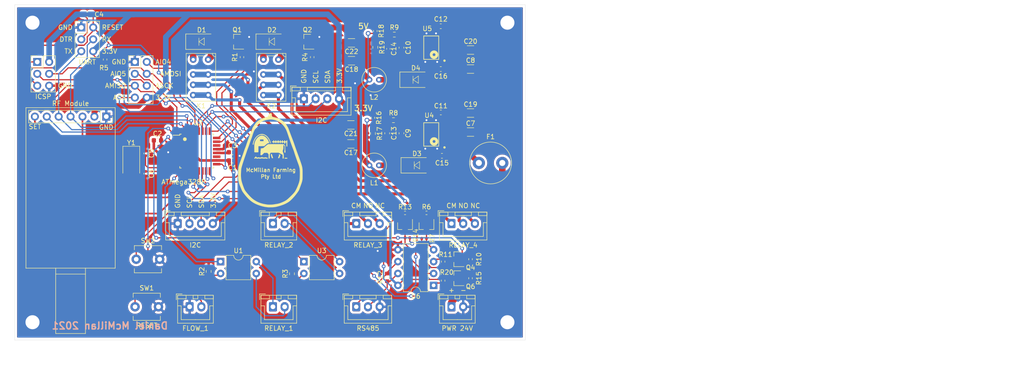
<source format=kicad_pcb>
(kicad_pcb (version 20171130) (host pcbnew "(5.1.10)-1")
  (title_block (title "Irrigation Controller Unit") (company "Daniel McMillan"))
  (layers (0 F.Cu signal) (31 B.Cu signal) (35 F.Paste user) (36 B.SilkS user) (37 F.SilkS user) (38 B.Mask user) (39 F.Mask user) (44 Edge.Cuts user))
  (net 0 "")
  (net 1 GND)
  (net 2 +3V3)
  (net 3 "Net-(C3-Pad1)")
  (net 4 ARESET)
  (net 5 ADTR)
  (net 6 "Net-(C5-Pad2)")
  (net 7 "Net-(C6-Pad2)")
  (net 8 +24V)
  (net 9 "Net-(C9-Pad1)")
  (net 10 "Net-(C10-Pad1)")
  (net 11 "Net-(C11-Pad1)")
  (net 12 "Net-(C12-Pad1)")
  (net 13 "Net-(C13-Pad1)")
  (net 14 "Net-(C14-Pad1)")
  (net 15 "Net-(C15-Pad2)")
  (net 16 "Net-(C15-Pad1)")
  (net 17 "Net-(C16-Pad2)")
  (net 18 "Net-(C16-Pad1)")
  (net 19 +5V)
  (net 20 "Net-(D1-Pad2)")
  (net 21 "Net-(D2-Pad2)")
  (net 22 RS485B)
  (net 23 RS485A)
  (net 24 ASDA)
  (net 25 ASCL)
  (net 26 AMOSI)
  (net 27 AMISO)
  (net 28 ASCK)
  (net 29 ATXD)
  (net 30 ARXD)
  (net 31 RFSET)
  (net 32 RFAUX)
  (net 33 RFEN)
  (net 34 R1B)
  (net 35 R1A)
  (net 36 R3ANC)
  (net 37 R3ANO)
  (net 38 R3AC)
  (net 39 R4ANC)
  (net 40 R4ANO)
  (net 41 R4AC)
  (net 42 ASS)
  (net 43 AIO5)
  (net 44 AIO4)
  (net 45 R2B)
  (net 46 R2A)
  (net 47 "Net-(Q1-Pad1)")
  (net 48 "Net-(Q2-Pad1)")
  (net 49 "Net-(Q3-Pad3)")
  (net 50 ASTX)
  (net 51 "Net-(Q4-Pad3)")
  (net 52 ARSDE)
  (net 53 "Net-(Q5-Pad3)")
  (net 54 ARSRE)
  (net 55 "Net-(Q6-Pad3)")
  (net 56 ASRX)
  (net 57 AIO3)
  (net 58 "Net-(R2-Pad1)")
  (net 59 "Net-(R3-Pad1)")
  (net 60 "Net-(R16-Pad2)")
  (net 61 "Net-(R18-Pad2)")
  (net 62 AIO1)
  (net 63 "Net-(U2-Pad22)")
  (net 64 "Net-(U2-Pad19)")
  (net 65 AIO2)
  (net 66 "Net-(U4-Pad3)")
  (net 67 "Net-(U5-Pad3)")
  (net 68 "Net-(F1-Pad2)")
  (module lib:YL_800T (layer F.Cu) (at 71.12 101.6 270)
    (fp_text reference J5)
    (fp_text value "RF Module" (at -2.794 7.62) (layer F.SilkS))
    (fp_text user GND (at 2.286 1.651 180) (layer F.SilkS) (effects (justify left)))
    (fp_text user SET (at 2.159 16.637 180) (layer F.SilkS) (effects (justify left)))
    (pad 7 thru_hole oval (at 0 15.24 270) (size 1.7 1.7) (drill 1) (layers *.Cu *.Mask) (net 31 RFSET))
    (pad 6 thru_hole oval (at 0 12.7 270) (size 1.7 1.7) (drill 1) (layers *.Cu *.Mask) (net 32 RFAUX))
    (pad 5 thru_hole oval (at 0 10.16 270) (size 1.7 1.7) (drill 1) (layers *.Cu *.Mask) (net 30 ARXD))
    (pad 4 thru_hole oval (at 0 7.62 270) (size 1.7 1.7) (drill 1) (layers *.Cu *.Mask) (net 29 ATXD))
    (pad 3 thru_hole oval (at 0 5.08 270) (size 1.7 1.7) (drill 1) (layers *.Cu *.Mask) (net 33 RFEN))
    (pad 2 thru_hole oval (at 0 2.54 270) (size 1.7 1.7) (drill 1) (layers *.Cu *.Mask) (net 2 +3V3))
    (pad 1 thru_hole rect (at 0 0 270) (size 1.7 1.7) (drill 1) (layers *.Cu *.Mask) (net 1 GND))
  )
  (module lib:avocado (layer F.Cu) (at 106.299 110.998)
    (fp_text reference G***)
    (fp_text value LOGO)
    (fp_text user "Pty Ltd" (at -0.0635 3.429) (layer F.SilkS) (effects (font (size 0.8 0.8))))
    (fp_text user "McMillan Farming" (at -0.0635 2.032) (layer F.SilkS) (effects (font (size 0.8 0.8))))
  )
  (module TPS54331DR:Texas_Instruments-TPS54331DR-Level_A (layer F.Cu) (at 140.462 105.41 180)
    (fp_text reference U4 (at 1.524 4.064 180) (layer F.SilkS) (effects (justify left)))
    (fp_text value TPS54331DR)
    (pad 1 smd roundrect (at -2.825001 -1.905 90) (size 0.650001 1.649999) (layers F.Cu F.Paste F.Mask) (roundrect_rratio 0.2999995384622485) (net 15 "Net-(C15-Pad2)"))
    (pad 2 smd roundrect (at -2.825001 -0.635 90) (size 0.650001 1.649999) (layers F.Cu F.Paste F.Mask) (roundrect_rratio 0.2999995384622485) (net 8 +24V))
    (pad 3 smd roundrect (at -2.825001 0.635 90) (size 0.650001 1.649999) (layers F.Cu F.Paste F.Mask) (roundrect_rratio 0.2999995384622485) (net 66 "Net-(U4-Pad3)"))
    (pad 4 smd roundrect (at -2.825001 1.905 90) (size 0.650001 1.649999) (layers F.Cu F.Paste F.Mask) (roundrect_rratio 0.2999995384622485) (net 11 "Net-(C11-Pad1)"))
    (pad 8 smd roundrect (at 2.824998 -1.905 90) (size 0.650001 1.649999) (layers F.Cu F.Paste F.Mask) (roundrect_rratio 0.2999995384622485) (net 16 "Net-(C15-Pad1)"))
    (pad 7 smd roundrect (at 2.824998 -0.635 90) (size 0.650001 1.649999) (layers F.Cu F.Paste F.Mask) (roundrect_rratio 0.2999995384622485) (net 1 GND))
    (pad 6 smd roundrect (at 2.824998 0.635 90) (size 0.650001 1.649999) (layers F.Cu F.Paste F.Mask) (roundrect_rratio 0.2999995384622485) (net 9 "Net-(C9-Pad1)"))
    (pad 5 smd roundrect (at 2.824998 1.905 90) (size 0.650001 1.649999) (layers F.Cu F.Paste F.Mask) (roundrect_rratio 0.2999995384622485) (net 60 "Net-(R16-Pad2)"))
  )
  (module Diode_SMD:D_SMA (layer F.Cu) (at 137.16 93.726)
    (fp_text reference D4 (at 0 -2.5) (layer F.SilkS))
    (fp_text value "550mV 1A")
    (pad 1 smd rect (at -2 0) (size 2.5 1.8) (layers F.Cu F.Paste F.Mask) (net 18 "Net-(C16-Pad1)"))
    (pad 2 smd rect (at 2 0) (size 2.5 1.8) (layers F.Cu F.Paste F.Mask) (net 1 GND))
  )
  (module Diode_SMD:D_SMA (layer F.Cu) (at 137.414 112.014)
    (fp_text reference D3 (at 0 -2.5) (layer F.SilkS))
    (fp_text value "550mV 1A")
    (pad 1 smd rect (at -2 0) (size 2.5 1.8) (layers F.Cu F.Paste F.Mask) (net 16 "Net-(C15-Pad1)"))
    (pad 2 smd rect (at 2 0) (size 2.5 1.8) (layers F.Cu F.Paste F.Mask) (net 1 GND))
  )
  (module Diode_SMD:D_SMA (layer F.Cu) (at 106.458 85.598)
    (fp_text reference D2 (at 0 -2.5) (layer F.SilkS))
    (fp_text value "1.1V 1A")
    (pad 1 smd rect (at -2 0) (size 2.5 1.8) (layers F.Cu F.Paste F.Mask) (net 19 +5V))
    (pad 2 smd rect (at 2 0) (size 2.5 1.8) (layers F.Cu F.Paste F.Mask) (net 21 "Net-(D2-Pad2)"))
  )
  (module Diode_SMD:D_SMA (layer F.Cu) (at 91.472 85.598)
    (fp_text reference D1 (at 0 -2.5) (layer F.SilkS))
    (fp_text value "1.1V 1A")
    (pad 1 smd rect (at -2 0) (size 2.5 1.8) (layers F.Cu F.Paste F.Mask) (net 19 +5V))
    (pad 2 smd rect (at 2 0) (size 2.5 1.8) (layers F.Cu F.Paste F.Mask) (net 20 "Net-(D1-Pad2)"))
  )
  (module Package_QFP:TQFP-32_7x7mm_P0.8mm (layer F.Cu) (at 90.424 108.966)
    (fp_text reference U2 (at 0.254 -6.05) (layer F.SilkS))
    (fp_text value ATmega328P (at -2.794 6.604) (layer F.SilkS))
    (pad 1 smd rect (at -4.25 -2.8) (size 1.6 0.55) (layers F.Cu F.Paste F.Mask) (net 43 AIO5))
    (pad 2 smd rect (at -4.25 -2) (size 1.6 0.55) (layers F.Cu F.Paste F.Mask) (net 65 AIO2))
    (pad 3 smd rect (at -4.25 -1.2) (size 1.6 0.55) (layers F.Cu F.Paste F.Mask) (net 1 GND))
    (pad 4 smd rect (at -4.25 -0.4) (size 1.6 0.55) (layers F.Cu F.Paste F.Mask) (net 2 +3V3))
    (pad 5 smd rect (at -4.25 0.4) (size 1.6 0.55) (layers F.Cu F.Paste F.Mask) (net 1 GND))
    (pad 6 smd rect (at -4.25 1.2) (size 1.6 0.55) (layers F.Cu F.Paste F.Mask) (net 2 +3V3))
    (pad 7 smd rect (at -4.25 2) (size 1.6 0.55) (layers F.Cu F.Paste F.Mask) (net 6 "Net-(C5-Pad2)"))
    (pad 8 smd rect (at -4.25 2.8) (size 1.6 0.55) (layers F.Cu F.Paste F.Mask) (net 7 "Net-(C6-Pad2)"))
    (pad 9 smd rect (at -2.8 4.25 90) (size 1.6 0.55) (layers F.Cu F.Paste F.Mask) (net 62 AIO1))
    (pad 10 smd rect (at -2 4.25 90) (size 1.6 0.55) (layers F.Cu F.Paste F.Mask) (net 33 RFEN))
    (pad 11 smd rect (at -1.2 4.25 90) (size 1.6 0.55) (layers F.Cu F.Paste F.Mask) (net 31 RFSET))
    (pad 12 smd rect (at -0.4 4.25 90) (size 1.6 0.55) (layers F.Cu F.Paste F.Mask) (net 50 ASTX))
    (pad 13 smd rect (at 0.4 4.25 90) (size 1.6 0.55) (layers F.Cu F.Paste F.Mask) (net 56 ASRX))
    (pad 14 smd rect (at 1.2 4.25 90) (size 1.6 0.55) (layers F.Cu F.Paste F.Mask) (net 42 ASS))
    (pad 15 smd rect (at 2 4.25 90) (size 1.6 0.55) (layers F.Cu F.Paste F.Mask) (net 26 AMOSI))
    (pad 16 smd rect (at 2.8 4.25 90) (size 1.6 0.55) (layers F.Cu F.Paste F.Mask) (net 27 AMISO))
    (pad 17 smd rect (at 4.25 2.8) (size 1.6 0.55) (layers F.Cu F.Paste F.Mask) (net 28 ASCK))
    (pad 18 smd rect (at 4.25 2) (size 1.6 0.55) (layers F.Cu F.Paste F.Mask) (net 2 +3V3))
    (pad 19 smd rect (at 4.25 1.2) (size 1.6 0.55) (layers F.Cu F.Paste F.Mask) (net 64 "Net-(U2-Pad19)"))
    (pad 20 smd rect (at 4.25 0.4) (size 1.6 0.55) (layers F.Cu F.Paste F.Mask) (net 3 "Net-(C3-Pad1)"))
    (pad 21 smd rect (at 4.25 -0.4) (size 1.6 0.55) (layers F.Cu F.Paste F.Mask) (net 1 GND))
    (pad 22 smd rect (at 4.25 -1.2) (size 1.6 0.55) (layers F.Cu F.Paste F.Mask) (net 63 "Net-(U2-Pad22)"))
    (pad 23 smd rect (at 4.25 -2) (size 1.6 0.55) (layers F.Cu F.Paste F.Mask) (net 44 AIO4))
    (pad 24 smd rect (at 4.25 -2.8) (size 1.6 0.55) (layers F.Cu F.Paste F.Mask) (net 57 AIO3))
    (pad 25 smd rect (at 2.8 -4.25 90) (size 1.6 0.55) (layers F.Cu F.Paste F.Mask) (net 52 ARSDE))
    (pad 26 smd rect (at 2 -4.25 90) (size 1.6 0.55) (layers F.Cu F.Paste F.Mask) (net 54 ARSRE))
    (pad 27 smd rect (at 1.2 -4.25 90) (size 1.6 0.55) (layers F.Cu F.Paste F.Mask) (net 24 ASDA))
    (pad 28 smd rect (at 0.4 -4.25 90) (size 1.6 0.55) (layers F.Cu F.Paste F.Mask) (net 25 ASCL))
    (pad 29 smd rect (at -0.4 -4.25 90) (size 1.6 0.55) (layers F.Cu F.Paste F.Mask) (net 4 ARESET))
    (pad 30 smd rect (at -1.2 -4.25 90) (size 1.6 0.55) (layers F.Cu F.Paste F.Mask) (net 30 ARXD))
    (pad 31 smd rect (at -2 -4.25 90) (size 1.6 0.55) (layers F.Cu F.Paste F.Mask) (net 29 ATXD))
    (pad 32 smd rect (at -2.8 -4.25 90) (size 1.6 0.55) (layers F.Cu F.Paste F.Mask) (net 32 RFAUX))
  )
  (module Resistor_SMD:R_0402_1005Metric (layer F.Cu) (at 70.866 89.408 90)
    (fp_text reference R5 (at -1.778 -0.254 180) (layer F.SilkS))
    (fp_text value 10k)
    (pad 1 smd roundrect (at -0.51 0 90) (size 0.54 0.64) (layers F.Cu F.Paste F.Mask) (net 2 +3V3))
    (pad 2 smd roundrect (at 0.51 0 90) (size 0.54 0.64) (layers F.Cu F.Paste F.Mask) (net 4 ARESET))
  )
  (module Capacitor_SMD:C_0402_1005Metric (layer F.Cu) (at 79.502 109.474 270)
    (fp_text reference C5 (at 0 -1.27 90) (layer F.SilkS))
    (fp_text value 22pF)
    (pad 1 smd roundrect (at -0.48 0 270) (size 0.56 0.62) (layers F.Cu F.Paste F.Mask) (net 1 GND))
    (pad 2 smd roundrect (at 0.48 0 270) (size 0.56 0.62) (layers F.Cu F.Paste F.Mask) (net 6 "Net-(C5-Pad2)"))
  )
  (module Connector_JST:JST_XH_B4B-XH-A_1x04_P2.50mm_Vertical (layer F.Cu) (at 113.284 97.79)
    (fp_text reference J2)
    (fp_text value I2C (at 3.75 4.6) (layer F.SilkS))
    (fp_text user GND (at 0 -3.175 90) (layer F.SilkS) (effects (justify left)))
    (fp_text user SDA (at 5.08 -3.175 90) (layer F.SilkS) (effects (justify left)))
    (fp_text user SCL (at 2.54 -3.175 90) (layer F.SilkS) (effects (justify left)))
    (fp_text user 3.3V (at 7.62 -3.175 90) (layer F.SilkS) (effects (justify left)))
    (pad 1 thru_hole roundrect (at 0 0) (size 1.7 1.95) (drill 0.95) (layers *.Cu *.Mask) (roundrect_rratio 0.1470588235294118) (net 1 GND))
    (pad 2 thru_hole oval (at 2.5 0) (size 1.7 1.95) (drill 0.95) (layers *.Cu *.Mask) (net 25 ASCL))
    (pad 3 thru_hole oval (at 5 0) (size 1.7 1.95) (drill 0.95) (layers *.Cu *.Mask) (net 24 ASDA))
    (pad 4 thru_hole oval (at 7.5 0) (size 1.7 1.95) (drill 0.95) (layers *.Cu *.Mask) (net 2 +3V3))
  )
  (module Connector_JST:JST_XH_B4B-XH-A_1x04_P2.50mm_Vertical (layer F.Cu) (at 86.36 124.46)
    (fp_text reference J10)
    (fp_text value I2C (at 3.75 4.6) (layer F.SilkS))
    (fp_text user GND (at 0 -3.175 90) (layer F.SilkS) (effects (justify left)))
    (fp_text user SCL (at 2.54 -3.175 90) (layer F.SilkS) (effects (justify left)))
    (fp_text user SDA (at 5.08 -3.175 90) (layer F.SilkS) (effects (justify left)))
    (fp_text user 3.3V (at 7.62 -3.175 90) (layer F.SilkS) (effects (justify left)))
    (pad 1 thru_hole roundrect (at 0 0) (size 1.7 1.95) (drill 0.95) (layers *.Cu *.Mask) (roundrect_rratio 0.1470588235294118) (net 1 GND))
    (pad 2 thru_hole oval (at 2.5 0) (size 1.7 1.95) (drill 0.95) (layers *.Cu *.Mask) (net 25 ASCL))
    (pad 3 thru_hole oval (at 5 0) (size 1.7 1.95) (drill 0.95) (layers *.Cu *.Mask) (net 24 ASDA))
    (pad 4 thru_hole oval (at 7.5 0) (size 1.7 1.95) (drill 0.95) (layers *.Cu *.Mask) (net 2 +3V3))
  )
  (module Connector_JST:JST_XH_B3B-XH-A_1x03_P2.50mm_Vertical (layer F.Cu) (at 144.78 124.46)
    (fp_text reference J9)
    (fp_text value RELAY_4 (at 2.5 4.6) (layer F.SilkS))
    (fp_text user CM (at 0 -3.81) (layer F.SilkS))
    (fp_text user NO (at 2.54 -3.81) (layer F.SilkS))
    (fp_text user NC (at 5.08 -3.81) (layer F.SilkS))
    (pad 1 thru_hole roundrect (at 0 0) (size 1.7 1.95) (drill 0.95) (layers *.Cu *.Mask) (roundrect_rratio 0.1470588235294118) (net 41 R4AC))
    (pad 2 thru_hole oval (at 2.5 0) (size 1.7 1.95) (drill 0.95) (layers *.Cu *.Mask) (net 40 R4ANO))
    (pad 3 thru_hole oval (at 5 0) (size 1.7 1.95) (drill 0.95) (layers *.Cu *.Mask) (net 39 R4ANC))
  )
  (module Inductor_THT:L_Radial_D8.7mm_P5.00mm_Fastron_07HCP (layer F.Cu) (at 150.622 111.506)
    (fp_text reference F1 (at 2.5 -5.6) (layer F.SilkS))
    (fp_text value Fuse)
    (pad 2 thru_hole circle (at 5 0) (size 2.6 2.6) (drill 1.3) (layers *.Cu *.Mask) (net 68 "Net-(F1-Pad2)"))
    (pad 1 thru_hole circle (at 0 0) (size 2.6 2.6) (drill 1.3) (layers *.Cu *.Mask) (net 8 +24V))
  )
  (module MountingHole:MountingHole_3mm_Pad (layer F.Cu) (at 156.718 145.542)
    (fp_text reference H4)
    (fp_text value MountingHole_Pad)
    (pad 1 thru_hole circle (at 0 0) (size 6 6) (drill 3) (layers *.Cu *.Mask) (net 1 GND))
  )
  (module MountingHole:MountingHole_3mm_Pad (layer F.Cu) (at 156.718 81.534)
    (fp_text reference H3)
    (fp_text value MountingHole_Pad)
    (pad 1 thru_hole circle (at 0 0) (size 6 6) (drill 3) (layers *.Cu *.Mask) (net 1 GND))
  )
  (module MountingHole:MountingHole_3mm_Pad (layer F.Cu) (at 55.372 145.542)
    (fp_text reference H2)
    (fp_text value MountingHole_Pad)
    (pad 1 thru_hole circle (at 0 0) (size 6 6) (drill 3) (layers *.Cu *.Mask) (net 1 GND))
  )
  (module MountingHole:MountingHole_3mm_Pad (layer F.Cu) (at 55.372 81.534)
    (fp_text reference H1)
    (fp_text value MountingHole_Pad)
    (pad 1 thru_hole circle (at 0 0) (size 6 6) (drill 3) (layers *.Cu *.Mask) (net 1 GND))
  )
  (module Connector_JST:JST_XH_B2B-XH-A_1x02_P2.50mm_Vertical (layer F.Cu) (at 106.68 124.46)
    (fp_text reference J12)
    (fp_text value RELAY_2 (at 1.25 4.6) (layer F.SilkS))
    (pad 1 thru_hole roundrect (at 0 0) (size 1.7 2) (drill 1) (layers *.Cu *.Mask) (roundrect_rratio 0.1470588235294118) (net 46 R2A))
    (pad 2 thru_hole oval (at 2.5 0) (size 1.7 2) (drill 1) (layers *.Cu *.Mask) (net 45 R2B))
  )
  (module lib:Relay_DPDT_NEXEM_UA2_Pitch3.2mm (layer F.Cu) (at 89.662 89.408)
    (fp_text reference K1 (at 1.7 9.906) (layer F.SilkS))
    (fp_text value RELAY_3)
    (pad 1 thru_hole circle (at 0 0) (size 1.4 1.4) (drill 0.7) (layers *.Cu *.Mask) (net 19 +5V))
    (pad 8 thru_hole circle (at 3.2 0) (size 1.4 1.4) (drill 0.7) (layers *.Cu *.Mask) (net 20 "Net-(D1-Pad2)"))
    (pad 2 thru_hole circle (at 0 3.2) (size 1.4 1.4) (drill 0.7) (layers *.Cu *.Mask) (net 36 R3ANC))
    (pad 3 thru_hole circle (at 0 5.4) (size 1.4 1.4) (drill 0.7) (layers *.Cu *.Mask) (net 38 R3AC))
    (pad 4 thru_hole circle (at 0 7.6) (size 1.4 1.4) (drill 0.7) (layers *.Cu *.Mask) (net 37 R3ANO))
    (pad 7 thru_hole circle (at 3.2 3.2) (size 1.4 1.4) (drill 0.7) (layers *.Cu *.Mask) (net 36 R3ANC))
    (pad 6 thru_hole circle (at 3.2 5.4) (size 1.4 1.4) (drill 0.7) (layers *.Cu *.Mask) (net 38 R3AC))
    (pad 5 thru_hole circle (at 3.2 7.6) (size 1.4 1.4) (drill 0.7) (layers *.Cu *.Mask) (net 37 R3ANO))
  )
  (module Capacitor_THT:C_Radial_D5.0mm_H5.0mm_P2.00mm (layer F.Cu) (at 129.286 112.014 180)
    (fp_text reference L1 (at 1 -3.75) (layer F.SilkS))
    (fp_text value 4.7uH)
    (pad 1 thru_hole circle (at 0 0 180) (size 1.2 1.2) (drill 0.6) (layers *.Cu *.Mask) (net 16 "Net-(C15-Pad1)"))
    (pad 2 thru_hole circle (at 2 0 180) (size 1.2 1.2) (drill 0.6) (layers *.Cu *.Mask) (net 2 +3V3))
  )
  (module Resistor_SMD:R_0603_1608Metric (layer F.Cu) (at 128.016 105.219 270)
    (fp_text reference R17 (at 0 -1.43 90) (layer F.SilkS))
    (fp_text value 3k)
    (pad 1 smd roundrect (at -0.825 0 270) (size 0.8 0.95) (layers F.Cu F.Paste F.Mask) (net 60 "Net-(R16-Pad2)"))
    (pad 2 smd roundrect (at 0.825 0 270) (size 0.8 0.95) (layers F.Cu F.Paste F.Mask) (net 1 GND))
  )
  (module Resistor_SMD:R_0402_1005Metric (layer F.Cu) (at 128.016 101.852 90)
    (fp_text reference R16 (at -0.002 1.27 90) (layer F.SilkS))
    (fp_text value 10k)
    (pad 1 smd roundrect (at -0.51 0 90) (size 0.54 0.64) (layers F.Cu F.Paste F.Mask) (net 2 +3V3))
    (pad 2 smd roundrect (at 0.51 0 90) (size 0.54 0.64) (layers F.Cu F.Paste F.Mask) (net 60 "Net-(R16-Pad2)"))
  )
  (module Resistor_SMD:R_0603_1608Metric (layer F.Cu) (at 132.397 102.362 180)
    (fp_text reference R8 (at 0 1.524) (layer F.SilkS))
    (fp_text value 12k)
    (pad 1 smd roundrect (at -0.825 0 180) (size 0.8 0.95) (layers F.Cu F.Paste F.Mask) (net 9 "Net-(C9-Pad1)"))
    (pad 2 smd roundrect (at 0.825 0 180) (size 0.8 0.95) (layers F.Cu F.Paste F.Mask) (net 13 "Net-(C13-Pad1)"))
  )
  (module Capacitor_SMD:C_1206_3216Metric (layer F.Cu) (at 123.317 107.442 180)
    (fp_text reference C17 (at 0 -1.85) (layer F.SilkS))
    (fp_text value 10uF)
    (pad 1 smd roundrect (at -1.475 0 180) (size 1.15 1.8) (layers F.Cu F.Paste F.Mask) (roundrect_rratio 0.2173904347826087) (net 2 +3V3))
    (pad 2 smd roundrect (at 1.475 0 180) (size 1.15 1.8) (layers F.Cu F.Paste F.Mask) (roundrect_rratio 0.2173904347826087) (net 1 GND))
  )
  (module Capacitor_SMD:C_0603_1608Metric (layer F.Cu) (at 142.507 100.711 180)
    (fp_text reference C11 (at 0 1.397) (layer F.SilkS))
    (fp_text value 8.2nF)
    (pad 1 smd roundrect (at -0.775 0 180) (size 0.9 0.95) (layers F.Cu F.Paste F.Mask) (net 11 "Net-(C11-Pad1)"))
    (pad 2 smd roundrect (at 0.775 0 180) (size 0.9 0.95) (layers F.Cu F.Paste F.Mask) (net 1 GND))
  )
  (module Capacitor_SMD:C_0603_1608Metric (layer F.Cu) (at 142.748 109.982)
    (fp_text reference C15 (at 0 1.524) (layer F.SilkS))
    (fp_text value 100nF)
    (pad 1 smd roundrect (at -0.775 0) (size 0.9 0.95) (layers F.Cu F.Paste F.Mask) (net 16 "Net-(C15-Pad1)"))
    (pad 2 smd roundrect (at 0.775 0) (size 0.9 0.95) (layers F.Cu F.Paste F.Mask) (net 15 "Net-(C15-Pad2)"))
  )
  (module Capacitor_SMD:C_0603_1608Metric (layer F.Cu) (at 131.064 105.169 270)
    (fp_text reference C13 (at 0 -1.43 90) (layer F.SilkS))
    (fp_text value 2.7nF)
    (pad 1 smd roundrect (at -0.775 0 270) (size 0.9 0.95) (layers F.Cu F.Paste F.Mask) (net 13 "Net-(C13-Pad1)"))
    (pad 2 smd roundrect (at 0.775 0 270) (size 0.9 0.95) (layers F.Cu F.Paste F.Mask) (net 1 GND))
  )
  (module Capacitor_SMD:C_1206_3216Metric (layer F.Cu) (at 123.317 103.378 180)
    (fp_text reference C21 (at 0 -1.85) (layer F.SilkS))
    (fp_text value 10uF)
    (pad 1 smd roundrect (at -1.475 0 180) (size 1.15 1.8) (layers F.Cu F.Paste F.Mask) (roundrect_rratio 0.2173904347826087) (net 2 +3V3))
    (pad 2 smd roundrect (at 1.475 0 180) (size 1.15 1.8) (layers F.Cu F.Paste F.Mask) (roundrect_rratio 0.2173904347826087) (net 1 GND))
  )
  (module Capacitor_SMD:C_1206_3216Metric (layer F.Cu) (at 148.844 100.838)
    (fp_text reference C19 (at 0 -1.85) (layer F.SilkS))
    (fp_text value 10uF)
    (pad 1 smd roundrect (at -1.475 0) (size 1.15 1.8) (layers F.Cu F.Paste F.Mask) (roundrect_rratio 0.2173904347826087) (net 8 +24V))
    (pad 2 smd roundrect (at 1.475 0) (size 1.15 1.8) (layers F.Cu F.Paste F.Mask) (roundrect_rratio 0.2173904347826087) (net 1 GND))
  )
  (module Capacitor_SMD:C_0603_1608Metric (layer F.Cu) (at 134.112 105.169 270)
    (fp_text reference C9 (at 0 -1.43 90) (layer F.SilkS))
    (fp_text value 27pF)
    (pad 1 smd roundrect (at -0.775 0 270) (size 0.9 0.95) (layers F.Cu F.Paste F.Mask) (net 9 "Net-(C9-Pad1)"))
    (pad 2 smd roundrect (at 0.775 0 270) (size 0.9 0.95) (layers F.Cu F.Paste F.Mask) (net 1 GND))
  )
  (module Capacitor_SMD:C_1206_3216Metric (layer F.Cu) (at 148.844 104.902)
    (fp_text reference C7 (at 0 -1.85) (layer F.SilkS))
    (fp_text value 10uF)
    (pad 1 smd roundrect (at -1.475 0) (size 1.15 1.8) (layers F.Cu F.Paste F.Mask) (roundrect_rratio 0.2173904347826087) (net 8 +24V))
    (pad 2 smd roundrect (at 1.475 0) (size 1.15 1.8) (layers F.Cu F.Paste F.Mask) (roundrect_rratio 0.2173904347826087) (net 1 GND))
  )
  (module Connector_JST:JST_XH_B3B-XH-A_1x03_P2.50mm_Vertical (layer F.Cu) (at 124.46 124.46)
    (fp_text reference J8)
    (fp_text value RELAY_3 (at 2.5 4.6) (layer F.SilkS))
    (fp_text user CM (at 0 -3.81) (layer F.SilkS))
    (fp_text user NO (at 2.54 -3.81) (layer F.SilkS))
    (fp_text user NC (at 5.08 -3.81) (layer F.SilkS))
    (pad 1 thru_hole roundrect (at 0 0) (size 1.7 1.95) (drill 0.95) (layers *.Cu *.Mask) (roundrect_rratio 0.1470588235294118) (net 38 R3AC))
    (pad 2 thru_hole oval (at 2.5 0) (size 1.7 1.95) (drill 0.95) (layers *.Cu *.Mask) (net 37 R3ANO))
    (pad 3 thru_hole oval (at 5 0) (size 1.7 1.95) (drill 0.95) (layers *.Cu *.Mask) (net 36 R3ANC))
  )
  (module Connector_JST:JST_XH_B2B-XH-A_1x02_P2.50mm_Vertical (layer F.Cu) (at 144.78 142.24)
    (fp_text reference J6)
    (fp_text value "PWR 24V" (at 1.25 4.6) (layer F.SilkS))
    (fp_text user - (at 2.54 -3.556) (layer F.SilkS))
    (fp_text user + (at 0 -3.556) (layer F.SilkS))
    (pad 1 thru_hole roundrect (at 0 0) (size 1.7 2) (drill 1) (layers *.Cu *.Mask) (roundrect_rratio 0.1470588235294118) (net 68 "Net-(F1-Pad2)"))
    (pad 2 thru_hole oval (at 2.5 0) (size 1.7 2) (drill 1) (layers *.Cu *.Mask) (net 1 GND))
  )
  (module Connector_PinHeader_2.54mm:PinHeader_2x03_P2.54mm_Vertical (layer F.Cu) (at 56.388 89.916)
    (fp_text reference J3)
    (fp_text value ICSP (at 1.27 7.41) (layer F.SilkS))
    (fp_text user GND (at 4.318 5.08) (layer F.SilkS) (effects (justify left)))
    (pad 1 thru_hole rect (at 0 0) (size 1.7 1.7) (drill 1) (layers *.Cu *.Mask) (net 27 AMISO))
    (pad 2 thru_hole oval (at 2.54 0) (size 1.7 1.7) (drill 1) (layers *.Cu *.Mask) (net 2 +3V3))
    (pad 3 thru_hole oval (at 0 2.54) (size 1.7 1.7) (drill 1) (layers *.Cu *.Mask) (net 28 ASCK))
    (pad 4 thru_hole oval (at 2.54 2.54) (size 1.7 1.7) (drill 1) (layers *.Cu *.Mask) (net 26 AMOSI))
    (pad 5 thru_hole oval (at 0 5.08) (size 1.7 1.7) (drill 1) (layers *.Cu *.Mask) (net 4 ARESET))
    (pad 6 thru_hole oval (at 2.54 5.08) (size 1.7 1.7) (drill 1) (layers *.Cu *.Mask) (net 1 GND))
  )
  (module Connector_PinHeader_2.54mm:PinHeader_2x03_P2.54mm_Vertical (layer F.Cu) (at 65.786 82.55)
    (fp_text reference J4)
    (fp_text value UART (at 1.27 7.41) (layer F.SilkS))
    (fp_text user 3.3V (at 4.318 5.08) (layer F.SilkS) (effects (justify left)))
    (fp_text user RX (at 4.318 2.54) (layer F.SilkS) (effects (justify left)))
    (fp_text user RESET (at 4.318 0) (layer F.SilkS) (effects (justify left)))
    (fp_text user TX (at -1.778 5.08) (layer F.SilkS) (effects (justify right)))
    (fp_text user DTR (at -1.778 2.54) (layer F.SilkS) (effects (justify right)))
    (fp_text user GND (at -1.778 0) (layer F.SilkS) (effects (justify right)))
    (pad 1 thru_hole rect (at 0 0) (size 1.7 1.7) (drill 1) (layers *.Cu *.Mask) (net 1 GND))
    (pad 2 thru_hole oval (at 2.54 0) (size 1.7 1.7) (drill 1) (layers *.Cu *.Mask) (net 4 ARESET))
    (pad 3 thru_hole oval (at 0 2.54) (size 1.7 1.7) (drill 1) (layers *.Cu *.Mask) (net 5 ADTR))
    (pad 4 thru_hole oval (at 2.54 2.54) (size 1.7 1.7) (drill 1) (layers *.Cu *.Mask) (net 29 ATXD))
    (pad 5 thru_hole oval (at 0 5.08) (size 1.7 1.7) (drill 1) (layers *.Cu *.Mask) (net 30 ARXD))
    (pad 6 thru_hole oval (at 2.54 5.08) (size 1.7 1.7) (drill 1) (layers *.Cu *.Mask) (net 2 +3V3))
  )
  (module Connector_PinHeader_2.54mm:PinHeader_2x04_P2.54mm_Vertical (layer F.Cu) (at 77.216 89.916)
    (fp_text reference J11)
    (fp_text value IO)
    (fp_text user ASS (at -1.778 7.62) (layer F.SilkS) (effects (justify right)))
    (fp_text user AMISO (at -1.778 5.08) (layer F.SilkS) (effects (justify right)))
    (fp_text user 3.3V (at 4.318 7.62) (layer F.SilkS) (effects (justify left)))
    (fp_text user ASCK (at 4.318 5.08) (layer F.SilkS) (effects (justify left)))
    (fp_text user AMOSI (at 5.334 2.54) (layer F.SilkS) (effects (justify left)))
    (fp_text user AIO5 (at -1.778 2.54) (layer F.SilkS) (effects (justify right)))
    (fp_text user AIO4 (at 4.318 0) (layer F.SilkS) (effects (justify left)))
    (fp_text user GND (at -1.778 0) (layer F.SilkS) (effects (justify right)))
    (pad 1 thru_hole rect (at 0 0) (size 1.7 1.7) (drill 1) (layers *.Cu *.Mask) (net 1 GND))
    (pad 2 thru_hole oval (at 2.54 0) (size 1.7 1.7) (drill 1) (layers *.Cu *.Mask) (net 44 AIO4))
    (pad 3 thru_hole oval (at 0 2.54) (size 1.7 1.7) (drill 1) (layers *.Cu *.Mask) (net 43 AIO5))
    (pad 4 thru_hole oval (at 2.54 2.54) (size 1.7 1.7) (drill 1) (layers *.Cu *.Mask) (net 26 AMOSI))
    (pad 5 thru_hole oval (at 0 5.08) (size 1.7 1.7) (drill 1) (layers *.Cu *.Mask) (net 27 AMISO))
    (pad 6 thru_hole oval (at 2.54 5.08) (size 1.7 1.7) (drill 1) (layers *.Cu *.Mask) (net 28 ASCK))
    (pad 7 thru_hole oval (at 0 7.62) (size 1.7 1.7) (drill 1) (layers *.Cu *.Mask) (net 42 ASS))
    (pad 8 thru_hole oval (at 2.54 7.62) (size 1.7 1.7) (drill 1) (layers *.Cu *.Mask) (net 2 +3V3))
  )
  (module lib:Relay_DPDT_NEXEM_UA2_Pitch3.2mm (layer F.Cu) (at 104.648 89.408)
    (fp_text reference K2 (at 1.7 9.906) (layer F.SilkS))
    (fp_text value RELAY_4)
    (pad 1 thru_hole circle (at 0 0) (size 1.4 1.4) (drill 0.7) (layers *.Cu *.Mask) (net 19 +5V))
    (pad 8 thru_hole circle (at 3.2 0) (size 1.4 1.4) (drill 0.7) (layers *.Cu *.Mask) (net 21 "Net-(D2-Pad2)"))
    (pad 2 thru_hole circle (at 0 3.2) (size 1.4 1.4) (drill 0.7) (layers *.Cu *.Mask) (net 39 R4ANC))
    (pad 3 thru_hole circle (at 0 5.4) (size 1.4 1.4) (drill 0.7) (layers *.Cu *.Mask) (net 41 R4AC))
    (pad 4 thru_hole circle (at 0 7.6) (size 1.4 1.4) (drill 0.7) (layers *.Cu *.Mask) (net 40 R4ANO))
    (pad 7 thru_hole circle (at 3.2 3.2) (size 1.4 1.4) (drill 0.7) (layers *.Cu *.Mask) (net 39 R4ANC))
    (pad 6 thru_hole circle (at 3.2 5.4) (size 1.4 1.4) (drill 0.7) (layers *.Cu *.Mask) (net 41 R4AC))
    (pad 5 thru_hole circle (at 3.2 7.6) (size 1.4 1.4) (drill 0.7) (layers *.Cu *.Mask) (net 40 R4ANO))
  )
  (module lib:SW_SPST_THT_5.0mm (layer F.Cu) (at 79.756 142.24)
    (fp_text reference SW1 (at 0 -4) (layer F.SilkS))
    (fp_text value RESET (at 0 4) (layer F.SilkS))
    (pad 1 thru_hole circle (at -2.5 0) (size 2 2) (drill 1) (layers *.Cu *.Mask) (net 4 ARESET))
    (pad 2 thru_hole circle (at 2.5 0) (size 2 2) (drill 1) (layers *.Cu *.Mask) (net 1 GND))
  )
  (module lib:SW_SPST_THT_5.0mm (layer F.Cu) (at 80.01 132.08 180)
    (fp_text reference SW2 (at 0 3.937) (layer F.SilkS))
    (fp_text value BUTTON)
    (pad 1 thru_hole circle (at -2.5 0 180) (size 2 2) (drill 1) (layers *.Cu *.Mask) (net 1 GND))
    (pad 2 thru_hole circle (at 2.5 0 180) (size 2 2) (drill 1) (layers *.Cu *.Mask) (net 42 ASS))
  )
  (module Connector_JST:JST_XH_B2B-XH-A_1x02_P2.50mm_Vertical (layer F.Cu) (at 88.9 142.24)
    (fp_text reference J15)
    (fp_text value FLOW_1 (at 1.25 4.6) (layer F.SilkS))
    (pad 1 thru_hole roundrect (at 0 0) (size 1.7 2) (drill 1) (layers *.Cu *.Mask) (roundrect_rratio 0.1470588235294118) (net 1 GND))
    (pad 2 thru_hole oval (at 2.5 0) (size 1.7 2) (drill 1) (layers *.Cu *.Mask) (net 43 AIO5))
  )
  (module Capacitor_SMD:C_1206_3216Metric (layer F.Cu) (at 123.444 85.852 180)
    (fp_text reference C22 (at 0 -1.85) (layer F.SilkS))
    (fp_text value 10uF)
    (pad 1 smd roundrect (at -1.475 0 180) (size 1.15 1.8) (layers F.Cu F.Paste F.Mask) (roundrect_rratio 0.2173904347826087) (net 19 +5V))
    (pad 2 smd roundrect (at 1.475 0 180) (size 1.15 1.8) (layers F.Cu F.Paste F.Mask) (roundrect_rratio 0.2173904347826087) (net 1 GND))
  )
  (module Capacitor_SMD:C_1206_3216Metric (layer F.Cu) (at 148.844 87.376)
    (fp_text reference C20 (at 0 -1.85) (layer F.SilkS))
    (fp_text value 10uF)
    (pad 1 smd roundrect (at -1.475 0) (size 1.15 1.8) (layers F.Cu F.Paste F.Mask) (roundrect_rratio 0.2173904347826087) (net 8 +24V))
    (pad 2 smd roundrect (at 1.475 0) (size 1.15 1.8) (layers F.Cu F.Paste F.Mask) (roundrect_rratio 0.2173904347826087) (net 1 GND))
  )
  (module Crystal:Crystal_SMD_5032-2Pin_5.0x3.2mm (layer F.Cu) (at 76.454 110.998 270)
    (fp_text reference Y1 (at -3.81 0 180) (layer F.SilkS))
    (fp_text value 8MHz)
    (pad 1 smd rect (at -1.85 0 270) (size 2 2.4) (layers F.Cu F.Paste F.Mask) (net 6 "Net-(C5-Pad2)"))
    (pad 2 smd rect (at 1.85 0 270) (size 2 2.4) (layers F.Cu F.Paste F.Mask) (net 7 "Net-(C6-Pad2)"))
  )
  (module Package_DIP:DIP-8_W7.62mm (layer F.Cu) (at 140.97 137.668 180)
    (fp_text reference U6 (at 3.81 -2.33) (layer F.SilkS))
    (fp_text value MAX485)
    (pad 1 thru_hole rect (at 0 0 180) (size 1.6 1.6) (drill 0.8) (layers *.Cu *.Mask) (net 55 "Net-(Q6-Pad3)"))
    (pad 5 thru_hole oval (at 7.62 7.62 180) (size 1.6 1.6) (drill 0.8) (layers *.Cu *.Mask) (net 1 GND))
    (pad 2 thru_hole oval (at 0 2.54 180) (size 1.6 1.6) (drill 0.8) (layers *.Cu *.Mask) (net 53 "Net-(Q5-Pad3)"))
    (pad 6 thru_hole oval (at 7.62 5.08 180) (size 1.6 1.6) (drill 0.8) (layers *.Cu *.Mask) (net 23 RS485A))
    (pad 3 thru_hole oval (at 0 5.08 180) (size 1.6 1.6) (drill 0.8) (layers *.Cu *.Mask) (net 51 "Net-(Q4-Pad3)"))
    (pad 7 thru_hole oval (at 7.62 2.54 180) (size 1.6 1.6) (drill 0.8) (layers *.Cu *.Mask) (net 22 RS485B))
    (pad 4 thru_hole oval (at 0 7.62 180) (size 1.6 1.6) (drill 0.8) (layers *.Cu *.Mask) (net 49 "Net-(Q3-Pad3)"))
    (pad 8 thru_hole oval (at 7.62 0 180) (size 1.6 1.6) (drill 0.8) (layers *.Cu *.Mask) (net 19 +5V))
  )
  (module TPS54331DR:Texas_Instruments-TPS54331DR-Level_A (layer F.Cu) (at 140.462 86.868 180)
    (fp_text reference U5 (at -0.254 4.064) (layer F.SilkS) (effects (justify right)))
    (fp_text value TPS54331DR)
    (pad 1 smd roundrect (at -2.825001 -1.905 90) (size 0.650001 1.649999) (layers F.Cu F.Paste F.Mask) (roundrect_rratio 0.2999995384622485) (net 17 "Net-(C16-Pad2)"))
    (pad 2 smd roundrect (at -2.825001 -0.635 90) (size 0.650001 1.649999) (layers F.Cu F.Paste F.Mask) (roundrect_rratio 0.2999995384622485) (net 8 +24V))
    (pad 3 smd roundrect (at -2.825001 0.635 90) (size 0.650001 1.649999) (layers F.Cu F.Paste F.Mask) (roundrect_rratio 0.2999995384622485) (net 67 "Net-(U5-Pad3)"))
    (pad 4 smd roundrect (at -2.825001 1.905 90) (size 0.650001 1.649999) (layers F.Cu F.Paste F.Mask) (roundrect_rratio 0.2999995384622485) (net 12 "Net-(C12-Pad1)"))
    (pad 8 smd roundrect (at 2.824998 -1.905 90) (size 0.650001 1.649999) (layers F.Cu F.Paste F.Mask) (roundrect_rratio 0.2999995384622485) (net 18 "Net-(C16-Pad1)"))
    (pad 7 smd roundrect (at 2.824998 -0.635 90) (size 0.650001 1.649999) (layers F.Cu F.Paste F.Mask) (roundrect_rratio 0.2999995384622485) (net 1 GND))
    (pad 6 smd roundrect (at 2.824998 0.635 90) (size 0.650001 1.649999) (layers F.Cu F.Paste F.Mask) (roundrect_rratio 0.2999995384622485) (net 10 "Net-(C10-Pad1)"))
    (pad 5 smd roundrect (at 2.824998 1.905 90) (size 0.650001 1.649999) (layers F.Cu F.Paste F.Mask) (roundrect_rratio 0.2999995384622485) (net 61 "Net-(R18-Pad2)"))
  )
  (module Package_DIP:DIP-4_W7.62mm (layer F.Cu) (at 113.284 132.588)
    (fp_text reference U3 (at 3.81 -2.33) (layer F.SilkS))
    (fp_text value AQY280EH)
    (pad 1 thru_hole rect (at 0 0) (size 1.6 1.6) (drill 0.8) (layers *.Cu *.Mask) (net 65 AIO2))
    (pad 3 thru_hole oval (at 7.62 2.54) (size 1.6 1.6) (drill 0.8) (layers *.Cu *.Mask) (net 45 R2B))
    (pad 2 thru_hole oval (at 0 2.54) (size 1.6 1.6) (drill 0.8) (layers *.Cu *.Mask) (net 59 "Net-(R3-Pad1)"))
    (pad 4 thru_hole oval (at 7.62 0) (size 1.6 1.6) (drill 0.8) (layers *.Cu *.Mask) (net 46 R2A))
  )
  (module Package_DIP:DIP-4_W7.62mm (layer F.Cu) (at 95.504 132.588)
    (fp_text reference U1 (at 3.81 -2.33) (layer F.SilkS))
    (fp_text value AQY280EH)
    (pad 1 thru_hole rect (at 0 0) (size 1.6 1.6) (drill 0.8) (layers *.Cu *.Mask) (net 62 AIO1))
    (pad 3 thru_hole oval (at 7.62 2.54) (size 1.6 1.6) (drill 0.8) (layers *.Cu *.Mask) (net 34 R1B))
    (pad 2 thru_hole oval (at 0 2.54) (size 1.6 1.6) (drill 0.8) (layers *.Cu *.Mask) (net 58 "Net-(R2-Pad1)"))
    (pad 4 thru_hole oval (at 7.62 0) (size 1.6 1.6) (drill 0.8) (layers *.Cu *.Mask) (net 35 R1A))
  )
  (module Resistor_SMD:R_0402_1005Metric (layer F.Cu) (at 143.002 136.652 270)
    (fp_text reference R20 (at -1.778 -0.762 180) (layer F.SilkS))
    (fp_text value 10k)
    (pad 1 smd roundrect (at -0.51 0 270) (size 0.54 0.64) (layers F.Cu F.Paste F.Mask) (net 19 +5V))
    (pad 2 smd roundrect (at 0.51 0 270) (size 0.54 0.64) (layers F.Cu F.Paste F.Mask) (net 55 "Net-(Q6-Pad3)"))
  )
  (module Resistor_SMD:R_0603_1608Metric (layer F.Cu) (at 128.524 86.792 270)
    (fp_text reference R19 (at 0 -1.43 90) (layer F.SilkS))
    (fp_text value 1.8k)
    (pad 1 smd roundrect (at -0.825 0 270) (size 0.8 0.95) (layers F.Cu F.Paste F.Mask) (net 61 "Net-(R18-Pad2)"))
    (pad 2 smd roundrect (at 0.825 0 270) (size 0.8 0.95) (layers F.Cu F.Paste F.Mask) (net 1 GND))
  )
  (module Resistor_SMD:R_0402_1005Metric (layer F.Cu) (at 128.524 83.312 90)
    (fp_text reference R18 (at 0 1.27 90) (layer F.SilkS))
    (fp_text value 10k)
    (pad 2 smd roundrect (at 0.51 0 90) (size 0.54 0.64) (layers F.Cu F.Paste F.Mask) (net 61 "Net-(R18-Pad2)"))
    (pad 1 smd roundrect (at -0.51 0 90) (size 0.54 0.64) (layers F.Cu F.Paste F.Mask) (net 19 +5V))
  )
  (module Resistor_SMD:R_0402_1005Metric (layer F.Cu) (at 148.844 136.144 90)
    (fp_text reference R15 (at 0 1.778 90) (layer F.SilkS))
    (fp_text value 10k)
    (pad 1 smd roundrect (at -0.51 0 90) (size 0.54 0.64) (layers F.Cu F.Paste F.Mask) (net 2 +3V3))
    (pad 2 smd roundrect (at 0.51 0 90) (size 0.54 0.64) (layers F.Cu F.Paste F.Mask) (net 56 ASRX))
  )
  (module Resistor_SMD:R_0402_1005Metric (layer F.Cu) (at 135.382 127.508 180)
    (fp_text reference R14 (at -1.778 0.508 270) (layer F.SilkS))
    (fp_text value 10k)
    (pad 1 smd roundrect (at -0.51 0 180) (size 0.54 0.64) (layers F.Cu F.Paste F.Mask) (net 19 +5V))
    (pad 2 smd roundrect (at 0.51 0 180) (size 0.54 0.64) (layers F.Cu F.Paste F.Mask) (net 53 "Net-(Q5-Pad3)"))
  )
  (module Resistor_SMD:R_0402_1005Metric (layer F.Cu) (at 134.874 122.174 180)
    (fp_text reference R13 (at 0 1.27) (layer F.SilkS))
    (fp_text value 10k)
    (pad 1 smd roundrect (at -0.51 0 180) (size 0.54 0.64) (layers F.Cu F.Paste F.Mask) (net 2 +3V3))
    (pad 2 smd roundrect (at 0.51 0 180) (size 0.54 0.64) (layers F.Cu F.Paste F.Mask) (net 54 ARSRE))
  )
  (module Resistor_SMD:R_0603_1608Metric (layer F.Cu) (at 131.064 135.953 90)
    (fp_text reference R12 (at 0 -1.43 90) (layer F.SilkS))
    (fp_text value 120)
    (pad 1 smd roundrect (at -0.825 0 90) (size 0.8 0.95) (layers F.Cu F.Paste F.Mask) (net 22 RS485B))
    (pad 2 smd roundrect (at 0.825 0 90) (size 0.8 0.95) (layers F.Cu F.Paste F.Mask) (net 23 RS485A))
  )
  (module Resistor_SMD:R_0402_1005Metric (layer F.Cu) (at 143.002 132.586 90)
    (fp_text reference R11 (at 1.522 0.508 180) (layer F.SilkS))
    (fp_text value 10k)
    (pad 1 smd roundrect (at -0.51 0 90) (size 0.54 0.64) (layers F.Cu F.Paste F.Mask) (net 19 +5V))
    (pad 2 smd roundrect (at 0.51 0 90) (size 0.54 0.64) (layers F.Cu F.Paste F.Mask) (net 51 "Net-(Q4-Pad3)"))
  )
  (module Resistor_SMD:R_0402_1005Metric (layer F.Cu) (at 148.844 132.08 90)
    (fp_text reference R10 (at 0 1.778 90) (layer F.SilkS))
    (fp_text value 10k)
    (pad 1 smd roundrect (at -0.51 0 90) (size 0.54 0.64) (layers F.Cu F.Paste F.Mask) (net 2 +3V3))
    (pad 2 smd roundrect (at 0.51 0 90) (size 0.54 0.64) (layers F.Cu F.Paste F.Mask) (net 52 ARSDE))
  )
  (module Resistor_SMD:R_0603_1608Metric (layer F.Cu) (at 132.588 84.074 180)
    (fp_text reference R9 (at 0 1.524) (layer F.SilkS))
    (fp_text value 20k)
    (pad 1 smd roundrect (at -0.825 0 180) (size 0.8 0.95) (layers F.Cu F.Paste F.Mask) (net 10 "Net-(C10-Pad1)"))
    (pad 2 smd roundrect (at 0.825 0 180) (size 0.8 0.95) (layers F.Cu F.Paste F.Mask) (net 14 "Net-(C14-Pad1)"))
  )
  (module Resistor_SMD:R_0402_1005Metric (layer F.Cu) (at 138.938 127.635)
    (fp_text reference R7 (at 1.778 0 270) (layer F.SilkS))
    (fp_text value 10k)
    (pad 1 smd roundrect (at -0.51 0) (size 0.54 0.64) (layers F.Cu F.Paste F.Mask) (net 19 +5V))
    (pad 2 smd roundrect (at 0.51 0) (size 0.54 0.64) (layers F.Cu F.Paste F.Mask) (net 49 "Net-(Q3-Pad3)"))
  )
  (module Resistor_SMD:R_0402_1005Metric (layer F.Cu) (at 139.446 122.174 180)
    (fp_text reference R6 (at -0.002 1.27) (layer F.SilkS))
    (fp_text value 10k)
    (pad 1 smd roundrect (at -0.51 0 180) (size 0.54 0.64) (layers F.Cu F.Paste F.Mask) (net 2 +3V3))
    (pad 2 smd roundrect (at 0.51 0 180) (size 0.54 0.64) (layers F.Cu F.Paste F.Mask) (net 50 ASTX))
  )
  (module Resistor_SMD:R_0402_1005Metric (layer F.Cu) (at 115.062 88.9 270)
    (fp_text reference R4 (at 0 1.524 90) (layer F.SilkS))
    (fp_text value 2.2k)
    (pad 1 smd roundrect (at -0.51 0 270) (size 0.54 0.64) (layers F.Cu F.Paste F.Mask) (net 48 "Net-(Q2-Pad1)"))
    (pad 2 smd roundrect (at 0.51 0 270) (size 0.54 0.64) (layers F.Cu F.Paste F.Mask) (net 44 AIO4))
  )
  (module Resistor_SMD:R_0603_1608Metric (layer F.Cu) (at 110.744 135.191 90)
    (fp_text reference R3 (at 0 -1.43 90) (layer F.SilkS))
    (fp_text value 620)
    (pad 1 smd roundrect (at -0.825 0 90) (size 0.8 0.95) (layers F.Cu F.Paste F.Mask) (net 59 "Net-(R3-Pad1)"))
    (pad 2 smd roundrect (at 0.825 0 90) (size 0.8 0.95) (layers F.Cu F.Paste F.Mask) (net 1 GND))
  )
  (module Resistor_SMD:R_0603_1608Metric (layer F.Cu) (at 92.964 134.683 90)
    (fp_text reference R2 (at 0 -1.43 90) (layer F.SilkS))
    (fp_text value 620)
    (pad 1 smd roundrect (at -0.825 0 90) (size 0.8 0.95) (layers F.Cu F.Paste F.Mask) (net 58 "Net-(R2-Pad1)"))
    (pad 2 smd roundrect (at 0.825 0 90) (size 0.8 0.95) (layers F.Cu F.Paste F.Mask) (net 1 GND))
  )
  (module Resistor_SMD:R_0402_1005Metric (layer F.Cu) (at 100.076 88.9 270)
    (fp_text reference R1 (at -0.002 1.524 90) (layer F.SilkS))
    (fp_text value 2.2k)
    (pad 1 smd roundrect (at -0.51 0 270) (size 0.54 0.64) (layers F.Cu F.Paste F.Mask) (net 47 "Net-(Q1-Pad1)"))
    (pad 2 smd roundrect (at 0.51 0 270) (size 0.54 0.64) (layers F.Cu F.Paste F.Mask) (net 57 AIO3))
  )
  (module Package_TO_SOT_SMD:SOT-23 (layer F.Cu) (at 146.05 136.144 180)
    (fp_text reference Q6 (at -2.794 -1.778) (layer F.SilkS))
    (fp_text value 2N7002)
    (pad 1 smd rect (at -1 -0.95 180) (size 0.9 0.8) (layers F.Cu F.Paste F.Mask) (net 2 +3V3))
    (pad 2 smd rect (at -1 0.95 180) (size 0.9 0.8) (layers F.Cu F.Paste F.Mask) (net 56 ASRX))
    (pad 3 smd rect (at 1 0 180) (size 0.9 0.8) (layers F.Cu F.Paste F.Mask) (net 55 "Net-(Q6-Pad3)"))
  )
  (module Package_TO_SOT_SMD:SOT-23 (layer F.Cu) (at 134.874 124.968 270)
    (fp_text reference Q5)
    (fp_text value 2N7002)
    (pad 1 smd rect (at -1 -0.95 270) (size 0.9 0.8) (layers F.Cu F.Paste F.Mask) (net 2 +3V3))
    (pad 2 smd rect (at -1 0.95 270) (size 0.9 0.8) (layers F.Cu F.Paste F.Mask) (net 54 ARSRE))
    (pad 3 smd rect (at 1 0 270) (size 0.9 0.8) (layers F.Cu F.Paste F.Mask) (net 53 "Net-(Q5-Pad3)"))
  )
  (module Package_TO_SOT_SMD:SOT-23 (layer F.Cu) (at 146.05 132.08 180)
    (fp_text reference Q4 (at -2.794 -1.778) (layer F.SilkS))
    (fp_text value 2N7002)
    (pad 1 smd rect (at -1 -0.95 180) (size 0.9 0.8) (layers F.Cu F.Paste F.Mask) (net 2 +3V3))
    (pad 2 smd rect (at -1 0.95 180) (size 0.9 0.8) (layers F.Cu F.Paste F.Mask) (net 52 ARSDE))
    (pad 3 smd rect (at 1 0 180) (size 0.9 0.8) (layers F.Cu F.Paste F.Mask) (net 51 "Net-(Q4-Pad3)"))
  )
  (module Package_TO_SOT_SMD:SOT-23 (layer F.Cu) (at 139.446 124.968 270)
    (fp_text reference Q3)
    (fp_text value 2N7002)
    (pad 1 smd rect (at -1 -0.95 270) (size 0.9 0.8) (layers F.Cu F.Paste F.Mask) (net 2 +3V3))
    (pad 2 smd rect (at -1 0.95 270) (size 0.9 0.8) (layers F.Cu F.Paste F.Mask) (net 50 ASTX))
    (pad 3 smd rect (at 1 0 270) (size 0.9 0.8) (layers F.Cu F.Paste F.Mask) (net 49 "Net-(Q3-Pad3)"))
  )
  (module Package_TO_SOT_SMD:SOT-23 (layer F.Cu) (at 114.03 85.598 180)
    (fp_text reference Q2 (at -0.016 2.54) (layer F.SilkS))
    (fp_text value MMBT3904)
    (pad 1 smd rect (at -1 -0.95 180) (size 0.9 0.8) (layers F.Cu F.Paste F.Mask) (net 48 "Net-(Q2-Pad1)"))
    (pad 2 smd rect (at -1 0.95 180) (size 0.9 0.8) (layers F.Cu F.Paste F.Mask) (net 1 GND))
    (pad 3 smd rect (at 1 0 180) (size 0.9 0.8) (layers F.Cu F.Paste F.Mask) (net 21 "Net-(D2-Pad2)"))
  )
  (module Package_TO_SOT_SMD:SOT-23 (layer F.Cu) (at 99.044 85.598 180)
    (fp_text reference Q1 (at -0.016 2.54) (layer F.SilkS))
    (fp_text value MMBT3904)
    (pad 1 smd rect (at -1 -0.95 180) (size 0.9 0.8) (layers F.Cu F.Paste F.Mask) (net 47 "Net-(Q1-Pad1)"))
    (pad 2 smd rect (at -1 0.95 180) (size 0.9 0.8) (layers F.Cu F.Paste F.Mask) (net 1 GND))
    (pad 3 smd rect (at 1 0 180) (size 0.9 0.8) (layers F.Cu F.Paste F.Mask) (net 20 "Net-(D1-Pad2)"))
  )
  (module Capacitor_THT:C_Radial_D5.0mm_H5.0mm_P2.00mm (layer F.Cu) (at 129.286 93.726 180)
    (fp_text reference L2 (at 1 -3.75) (layer F.SilkS))
    (fp_text value 4.7uH)
    (pad 1 thru_hole circle (at 0 0 180) (size 1.2 1.2) (drill 0.6) (layers *.Cu *.Mask) (net 18 "Net-(C16-Pad1)"))
    (pad 2 thru_hole circle (at 2 0 180) (size 1.2 1.2) (drill 0.6) (layers *.Cu *.Mask) (net 19 +5V))
  )
  (module Connector_JST:JST_XH_B2B-XH-A_1x02_P2.50mm_Vertical (layer F.Cu) (at 106.68 142.24)
    (fp_text reference J7)
    (fp_text value RELAY_1 (at 1.25 4.6) (layer F.SilkS))
    (pad 1 thru_hole roundrect (at 0 0) (size 1.7 2) (drill 1) (layers *.Cu *.Mask) (roundrect_rratio 0.1470588235294118) (net 35 R1A))
    (pad 2 thru_hole oval (at 2.5 0) (size 1.7 2) (drill 1) (layers *.Cu *.Mask) (net 34 R1B))
  )
  (module Connector_JST:JST_XH_B3B-XH-A_1x03_P2.50mm_Vertical (layer F.Cu) (at 124.46 142.24)
    (fp_text reference J1)
    (fp_text value RS485 (at 2.5 4.6) (layer F.SilkS))
    (pad 1 thru_hole roundrect (at 0 0) (size 1.7 1.95) (drill 0.95) (layers *.Cu *.Mask) (roundrect_rratio 0.1470588235294118) (net 23 RS485A))
    (pad 2 thru_hole oval (at 2.5 0) (size 1.7 1.95) (drill 0.95) (layers *.Cu *.Mask) (net 22 RS485B))
    (pad 3 thru_hole oval (at 5 0) (size 1.7 1.95) (drill 0.95) (layers *.Cu *.Mask) (net 1 GND))
  )
  (module Capacitor_SMD:C_1206_3216Metric (layer F.Cu) (at 123.444 89.662 180)
    (fp_text reference C18 (at 0 -1.85) (layer F.SilkS))
    (fp_text value 10uF)
    (pad 1 smd roundrect (at -1.475 0 180) (size 1.15 1.8) (layers F.Cu F.Paste F.Mask) (roundrect_rratio 0.2173904347826087) (net 19 +5V))
    (pad 2 smd roundrect (at 1.475 0 180) (size 1.15 1.8) (layers F.Cu F.Paste F.Mask) (roundrect_rratio 0.2173904347826087) (net 1 GND))
  )
  (module Capacitor_SMD:C_0603_1608Metric (layer F.Cu) (at 142.494 91.44)
    (fp_text reference C16 (at 0 1.524) (layer F.SilkS))
    (fp_text value 100nF)
    (pad 1 smd roundrect (at -0.775 0) (size 0.9 0.95) (layers F.Cu F.Paste F.Mask) (net 18 "Net-(C16-Pad1)"))
    (pad 2 smd roundrect (at 0.775 0) (size 0.9 0.95) (layers F.Cu F.Paste F.Mask) (net 17 "Net-(C16-Pad2)"))
  )
  (module Capacitor_SMD:C_0402_1005Metric (layer F.Cu) (at 131.318 87.122 270)
    (fp_text reference C14 (at 0 -1.16 90) (layer F.SilkS))
    (fp_text value 1.5nF)
    (pad 1 smd roundrect (at -0.48 0 270) (size 0.56 0.62) (layers F.Cu F.Paste F.Mask) (net 14 "Net-(C14-Pad1)"))
    (pad 2 smd roundrect (at 0.48 0 270) (size 0.56 0.62) (layers F.Cu F.Paste F.Mask) (net 1 GND))
  )
  (module Capacitor_SMD:C_0603_1608Metric (layer F.Cu) (at 142.494 82.296 180)
    (fp_text reference C12 (at 0 1.524) (layer F.SilkS))
    (fp_text value 8.2nF)
    (pad 1 smd roundrect (at -0.775 0 180) (size 0.9 0.95) (layers F.Cu F.Paste F.Mask) (net 12 "Net-(C12-Pad1)"))
    (pad 2 smd roundrect (at 0.775 0 180) (size 0.9 0.95) (layers F.Cu F.Paste F.Mask) (net 1 GND))
  )
  (module Capacitor_SMD:C_0603_1608Metric (layer F.Cu) (at 134.112 86.868 270)
    (fp_text reference C10 (at 0 -1.43 90) (layer F.SilkS))
    (fp_text value 15pF)
    (pad 1 smd roundrect (at -0.775 0 270) (size 0.9 0.95) (layers F.Cu F.Paste F.Mask) (net 10 "Net-(C10-Pad1)"))
    (pad 2 smd roundrect (at 0.775 0 270) (size 0.9 0.95) (layers F.Cu F.Paste F.Mask) (net 1 GND))
  )
  (module Capacitor_SMD:C_1206_3216Metric (layer F.Cu) (at 148.844 91.44)
    (fp_text reference C8 (at 0 -1.85) (layer F.SilkS))
    (fp_text value 10uF)
    (pad 1 smd roundrect (at -1.475 0) (size 1.15 1.8) (layers F.Cu F.Paste F.Mask) (roundrect_rratio 0.2173904347826087) (net 8 +24V))
    (pad 2 smd roundrect (at 1.475 0) (size 1.15 1.8) (layers F.Cu F.Paste F.Mask) (roundrect_rratio 0.2173904347826087) (net 1 GND))
  )
  (module Capacitor_SMD:C_0402_1005Metric (layer F.Cu) (at 79.502 113.792 90)
    (fp_text reference C6 (at 0 1.27 90) (layer F.SilkS))
    (fp_text value 22pF)
    (pad 1 smd roundrect (at -0.48 0 90) (size 0.56 0.62) (layers F.Cu F.Paste F.Mask) (net 1 GND))
    (pad 2 smd roundrect (at 0.48 0 90) (size 0.56 0.62) (layers F.Cu F.Paste F.Mask) (net 7 "Net-(C6-Pad2)"))
  )
  (module Capacitor_SMD:C_0603_1608Metric (layer F.Cu) (at 67.056 79.756)
    (fp_text reference C4 (at 2.54 0) (layer F.SilkS))
    (fp_text value 100nF)
    (pad 1 smd roundrect (at -0.775 0) (size 0.9 0.95) (layers F.Cu F.Paste F.Mask) (net 5 ADTR))
    (pad 2 smd roundrect (at 0.775 0) (size 0.9 0.95) (layers F.Cu F.Paste F.Mask) (net 4 ARESET))
  )
  (module Capacitor_SMD:C_0603_1608Metric (layer F.Cu) (at 98.044 109.22)
    (fp_text reference C3 (at 0 -1.43) (layer F.SilkS))
    (fp_text value 100nF)
    (pad 1 smd roundrect (at -0.775 0) (size 0.9 0.95) (layers F.Cu F.Paste F.Mask) (net 3 "Net-(C3-Pad1)"))
    (pad 2 smd roundrect (at 0.775 0) (size 0.9 0.95) (layers F.Cu F.Paste F.Mask) (net 1 GND))
  )
  (module Capacitor_SMD:C_0603_1608Metric (layer F.Cu) (at 82.042 106.68)
    (fp_text reference C2 (at 0 -1.43) (layer F.SilkS))
    (fp_text value 100nF)
    (pad 1 smd roundrect (at -0.775 0) (size 0.9 0.95) (layers F.Cu F.Paste F.Mask) (net 2 +3V3))
    (pad 2 smd roundrect (at 0.775 0) (size 0.9 0.95) (layers F.Cu F.Paste F.Mask) (net 1 GND))
  )
  (module Capacitor_SMD:C_0603_1608Metric (layer F.Cu) (at 98.044 110.998)
    (fp_text reference C1 (at 0 1.524) (layer F.SilkS))
    (fp_text value 100nF)
    (pad 1 smd roundrect (at -0.775 0) (size 0.9 0.95) (layers F.Cu F.Paste F.Mask) (net 2 +3V3))
    (pad 2 smd roundrect (at 0.775 0) (size 0.9 0.95) (layers F.Cu F.Paste F.Mask) (net 1 GND))
  )
  (gr_text "Daniel McMillan 2021" (at 71.882 146.304) (layer B.SilkS) (effects (font (size 1.5 1.5) (thickness 0.3)) (justify mirror)))
  (gr_text 3.3V (at 125.984 99.822) (layer F.SilkS) (effects (font (size 1.2 1.2) (thickness 0.2))))
  (gr_text 5V (at 125.984 82.296) (layer F.SilkS) (effects (font (size 1.2 1.2) (thickness 0.2))))
  (gr_line (start 51.562 149.352) (end 160.528 149.352) (layer Edge.Cuts) (width 0.05))
  (gr_line (start 160.528 149.352) (end 160.528 77.724) (layer Edge.Cuts) (width 0.05))
  (gr_line (start 160.528 77.724) (end 51.562 77.724) (layer Edge.Cuts) (width 0.05))
  (gr_line (start 51.562 77.724) (end 51.562 149.352) (layer Edge.Cuts) (width 0.05))
  (via (at 84.328 109.22) (size 0.8) (drill 0.4) (layers F.Cu B.Cu) (net 1))
  (via (at 141.478 102.362) (size 0.8) (drill 0.4) (layers F.Cu B.Cu) (net 1))
  (via (at 139.446 102.362) (size 0.8) (drill 0.4) (layers F.Cu B.Cu) (net 1))
  (segment (start 134.112 105.944) (end 131.064 105.944) (width 0.25) (layer F.Cu) (net 1))
  (segment (start 128.116 105.944) (end 128.016 106.044) (width 0.25) (layer F.Cu) (net 1))
  (segment (start 131.064 105.944) (end 128.116 105.944) (width 0.25) (layer F.Cu) (net 1))
  (via (at 139.192 108.458) (size 0.8) (drill 0.4) (layers F.Cu B.Cu) (net 1))
  (via (at 141.732 108.458) (size 0.8) (drill 0.4) (layers F.Cu B.Cu) (net 1))
  (segment (start 84.69 109.366) (end 84.582 109.474) (width 0.25) (layer F.Cu) (net 1))
  (segment (start 86.174 109.366) (end 84.69 109.366) (width 0.55) (layer F.Cu) (net 1))
  (segment (start 121.842 103.378) (end 121.842 107.442) (width 1.15) (layer F.Cu) (net 1))
  (segment (start 150.319 104.902) (end 150.319 100.838) (width 1.15) (layer F.Cu) (net 1))
  (segment (start 137.536002 105.944) (end 137.637002 106.045) (width 0.25) (layer F.Cu) (net 1))
  (segment (start 137.668 106.045) (end 134.243998 106.045) (width 0.65) (layer F.Cu) (net 1))
  (segment (start 137.637002 106.045) (end 139.573 106.045) (width 0.65) (layer F.Cu) (net 1))
  (via (at 139.192 89.916) (size 0.8) (drill 0.4) (layers F.Cu B.Cu) (net 1))
  (via (at 141.732 89.916) (size 0.8) (drill 0.4) (layers F.Cu B.Cu) (net 1))
  (via (at 139.446 83.82) (size 0.8) (drill 0.4) (layers F.Cu B.Cu) (net 1))
  (via (at 141.478 83.82) (size 0.8) (drill 0.4) (layers F.Cu B.Cu) (net 1))
  (segment (start 134.252 87.503) (end 134.112 87.643) (width 0.25) (layer F.Cu) (net 1))
  (segment (start 137.668 87.503) (end 134.282998 87.503) (width 0.65) (layer F.Cu) (net 1))
  (segment (start 137.637002 87.503) (end 139.573 87.503) (width 0.65) (layer F.Cu) (net 1))
  (segment (start 131.359 87.643) (end 131.318 87.602) (width 0.25) (layer F.Cu) (net 1))
  (segment (start 134.112 87.643) (end 131.359 87.643) (width 0.25) (layer F.Cu) (net 1))
  (segment (start 128.539 87.602) (end 128.524 87.617) (width 0.25) (layer F.Cu) (net 1))
  (segment (start 131.318 87.602) (end 128.539 87.602) (width 0.25) (layer F.Cu) (net 1))
  (segment (start 121.969 89.662) (end 121.969 85.852) (width 1.15) (layer F.Cu) (net 1))
  (via (at 116.586 84.582) (size 0.8) (drill 0.4) (layers F.Cu B.Cu) (net 1))
  (via (at 101.6 84.582) (size 0.8) (drill 0.4) (layers F.Cu B.Cu) (net 1))
  (via (at 102.616 91.948) (size 0.8) (drill 0.4) (layers F.Cu B.Cu) (net 1))
  (via (at 129.032 130.302) (size 0.8) (drill 0.4) (layers F.Cu B.Cu) (net 1))
  (via (at 124.206 94.488) (size 0.8) (drill 0.4) (layers F.Cu B.Cu) (net 1))
  (via (at 127.508 97.028) (size 0.8) (drill 0.4) (layers F.Cu B.Cu) (net 1))
  (via (at 99.568 109.982) (size 0.8) (drill 0.4) (layers F.Cu B.Cu) (net 1))
  (segment (start 86.174 107.766) (end 84.398 107.766) (width 0.55) (layer F.Cu) (net 1))
  (segment (start 99.06 109.22) (end 99.822 109.982) (width 0.55) (layer F.Cu) (net 1))
  (segment (start 98.819 109.22) (end 99.06 109.22) (width 0.55) (layer F.Cu) (net 1))
  (segment (start 98.819 110.985) (end 99.822 109.982) (width 0.55) (layer F.Cu) (net 1))
  (segment (start 98.819 110.998) (end 98.819 110.985) (width 0.55) (layer F.Cu) (net 1))
  (segment (start 98.819 108.471) (end 98.819 109.22) (width 0.55) (layer F.Cu) (net 1))
  (segment (start 97.028 107.696) (end 98.044 107.696) (width 0.55) (layer F.Cu) (net 1))
  (segment (start 96.412 108.312) (end 97.028 107.696) (width 0.55) (layer F.Cu) (net 1))
  (segment (start 98.044 107.696) (end 98.819 108.471) (width 0.55) (layer F.Cu) (net 1))
  (segment (start 96.012 108.566) (end 96.412 108.312) (width 0.55) (layer F.Cu) (net 1))
  (segment (start 94.674 108.566) (end 96.012 108.566) (width 0.55) (layer F.Cu) (net 1))
  (via (at 126.746 102.362) (size 1) (drill 0.6) (layers F.Cu B.Cu) (net 2))
  (segment (start 147.49 136.654) (end 147.05 137.094) (width 0.25) (layer F.Cu) (net 2))
  (segment (start 148.844 136.654) (end 147.49 136.654) (width 0.25) (layer F.Cu) (net 2))
  (segment (start 124.792 103.378) (end 124.792 107.442) (width 1.15) (layer F.Cu) (net 2))
  (segment (start 124.792 109.52) (end 127.286 112.014) (width 1.15) (layer F.Cu) (net 2))
  (segment (start 124.792 107.442) (end 124.792 109.52) (width 1.15) (layer F.Cu) (net 2))
  (segment (start 128.016 102.312554) (end 128.016 102.362) (width 0.25) (layer F.Cu) (net 2))
  (segment (start 127 111.728) (end 127.286 112.014) (width 0.25) (layer B.Cu) (net 2))
  (segment (start 126.746 111.474) (end 127.286 112.014) (width 0.25) (layer B.Cu) (net 2))
  (segment (start 126.746 102.362) (end 126.746 111.474) (width 0.25) (layer B.Cu) (net 2))
  (segment (start 128.016 102.362) (end 126.746 102.362) (width 0.25) (layer F.Cu) (net 2))
  (segment (start 124.792 101.798) (end 120.784 97.79) (width 1.15) (layer F.Cu) (net 2))
  (segment (start 124.792 103.378) (end 124.792 101.798) (width 1.15) (layer F.Cu) (net 2))
  (segment (start 120.784 82.176) (end 120.784 97.79) (width 1.2) (layer B.Cu) (net 2))
  (segment (start 118.364 79.756) (end 120.784 82.176) (width 1.2) (layer B.Cu) (net 2))
  (segment (start 76.2 79.756) (end 76.962 79.756) (width 1.2) (layer B.Cu) (net 2))
  (segment (start 68.326 87.63) (end 76.2 79.756) (width 1.2) (layer B.Cu) (net 2))
  (segment (start 64.77 79.756) (end 76.962 79.756) (width 1.2) (layer B.Cu) (net 2))
  (segment (start 79.756 97.536) (end 81.534 97.536) (width 1.2) (layer B.Cu) (net 2))
  (segment (start 81.534 97.536) (end 83.82 95.25) (width 1.2) (layer B.Cu) (net 2))
  (segment (start 83.82 95.25) (end 83.82 84.582) (width 1.2) (layer B.Cu) (net 2))
  (segment (start 83.82 84.582) (end 88.646 79.756) (width 1.2) (layer B.Cu) (net 2))
  (segment (start 88.646 79.756) (end 118.364 79.756) (width 1.2) (layer B.Cu) (net 2))
  (segment (start 76.962 79.756) (end 88.646 79.756) (width 1.2) (layer B.Cu) (net 2))
  (segment (start 97.237 110.712) (end 97.523 110.998) (width 0.25) (layer F.Cu) (net 2))
  (segment (start 142.66301 126.23501) (end 140.396 123.968) (width 0.5) (layer F.Cu) (net 2))
  (segment (start 145.151314 126.23501) (end 142.66301 126.23501) (width 0.5) (layer F.Cu) (net 2))
  (segment (start 149.96401 131.047706) (end 145.151314 126.23501) (width 0.5) (layer F.Cu) (net 2))
  (segment (start 149.96401 132.092294) (end 149.96401 131.047706) (width 0.5) (layer F.Cu) (net 2))
  (segment (start 140.208 123.968) (end 140.208 121.991696) (width 0.5) (layer F.Cu) (net 2))
  (segment (start 135.43401 122.12399) (end 135.43401 122.174) (width 0.6) (layer F.Cu) (net 2))
  (segment (start 136.50401 121.05399) (end 135.43401 122.12399) (width 0.5) (layer F.Cu) (net 2))
  (segment (start 140.00601 121.601706) (end 140.00601 122.174) (width 0.5) (layer F.Cu) (net 2))
  (segment (start 139.458294 121.05399) (end 140.00601 121.601706) (width 0.5) (layer F.Cu) (net 2))
  (segment (start 136.50401 121.05399) (end 139.458294 121.05399) (width 0.5) (layer F.Cu) (net 2))
  (segment (start 148.844 136.654) (end 149.604 136.654) (width 0.5) (layer F.Cu) (net 2))
  (segment (start 149.604 136.654) (end 150.114 136.144) (width 0.5) (layer F.Cu) (net 2))
  (segment (start 150.114 133.86) (end 148.844 132.59) (width 0.5) (layer F.Cu) (net 2))
  (segment (start 150.114 136.144) (end 150.114 133.86) (width 0.5) (layer F.Cu) (net 2))
  (segment (start 148.404 133.03) (end 148.844 132.59) (width 0.5) (layer F.Cu) (net 2))
  (segment (start 147.05 133.03) (end 148.404 133.03) (width 0.5) (layer F.Cu) (net 2))
  (segment (start 149.466304 132.59) (end 149.96401 132.092294) (width 0.5) (layer F.Cu) (net 2))
  (segment (start 148.844 132.59) (end 149.466304 132.59) (width 0.5) (layer F.Cu) (net 2))
  (via (at 134.874 119.634) (size 0.8) (drill 0.4) (layers F.Cu B.Cu) (net 2))
  (segment (start 127.286 112.014) (end 134.906 119.634) (width 0.5) (layer B.Cu) (net 2))
  (segment (start 135.824 120.584) (end 135.824 123.968) (width 0.5) (layer F.Cu) (net 2))
  (segment (start 136.29399 121.05399) (end 134.874 119.634) (width 0.5) (layer F.Cu) (net 2))
  (segment (start 81.267 108.445) (end 81.267 106.68) (width 0.55) (layer F.Cu) (net 2))
  (segment (start 82.988 110.166) (end 81.267 108.445) (width 0.55) (layer F.Cu) (net 2))
  (segment (start 86.174 110.166) (end 82.988 110.166) (width 0.55) (layer F.Cu) (net 2))
  (segment (start 94.674 110.966) (end 91.154 110.966) (width 0.55) (layer F.Cu) (net 2))
  (segment (start 90.354 110.166) (end 86.174 110.166) (width 0.55) (layer F.Cu) (net 2))
  (segment (start 91.154 110.966) (end 90.354 110.166) (width 0.55) (layer F.Cu) (net 2))
  (segment (start 88.754 108.566) (end 86.174 108.566) (width 0.55) (layer F.Cu) (net 2))
  (segment (start 90.354 110.166) (end 88.754 108.566) (width 0.55) (layer F.Cu) (net 2))
  (segment (start 69.852 89.918) (end 68.326 88.392) (width 0.25) (layer F.Cu) (net 2))
  (segment (start 68.326 88.392) (end 68.326 87.63) (width 0.25) (layer F.Cu) (net 2))
  (segment (start 70.866 89.918) (end 69.852 89.918) (width 0.25) (layer F.Cu) (net 2))
  (segment (start 58.928 85.598) (end 64.77 79.756) (width 1.2) (layer B.Cu) (net 2))
  (segment (start 58.928 89.916) (end 58.928 85.598) (width 1.2) (layer B.Cu) (net 2))
  (segment (start 69.791918 99.314) (end 77.978 99.314) (width 1.2) (layer F.Cu) (net 2))
  (segment (start 79.756 97.536) (end 77.978 99.314) (width 1.2) (layer F.Cu) (net 2))
  (segment (start 68.58 100.525918) (end 68.58 101.6) (width 1.2) (layer F.Cu) (net 2))
  (segment (start 69.791918 99.314) (end 68.58 100.525918) (width 1.2) (layer F.Cu) (net 2))
  (segment (start 98.298 120.022) (end 93.86 124.46) (width 0.65) (layer B.Cu) (net 2))
  (segment (start 120.784 99.688) (end 120.784 97.79) (width 0.65) (layer B.Cu) (net 2))
  (segment (start 118.11 102.362) (end 120.784 99.688) (width 0.65) (layer B.Cu) (net 2))
  (segment (start 103.632 102.362) (end 118.11 102.362) (width 0.65) (layer B.Cu) (net 2))
  (segment (start 98.298 107.696) (end 103.632 102.362) (width 0.65) (layer B.Cu) (net 2))
  (segment (start 98.298 113.538) (end 98.298 107.696) (width 0.65) (layer B.Cu) (net 2))
  (segment (start 98.298 113.538) (end 98.298 120.022) (width 0.65) (layer B.Cu) (net 2))
  (via (at 98.298 113.538) (size 0.8) (drill 0.4) (layers F.Cu B.Cu) (net 2))
  (segment (start 97.237 110.966) (end 97.269 110.998) (width 0.55) (layer F.Cu) (net 2))
  (segment (start 94.674 110.966) (end 97.237 110.966) (width 0.55) (layer F.Cu) (net 2))
  (segment (start 97.495001 112.227001) (end 97.269 110.998) (width 0.65) (layer F.Cu) (net 2))
  (segment (start 97.523 112.255) (end 97.495001 112.227001) (width 0.65) (layer F.Cu) (net 2))
  (segment (start 98.298 113.538) (end 97.523 112.255) (width 0.65) (layer F.Cu) (net 2))
  (segment (start 97.415 109.112) (end 97.523 109.22) (width 0.25) (layer F.Cu) (net 3))
  (segment (start 97.123 109.366) (end 97.269 109.22) (width 0.55) (layer F.Cu) (net 3))
  (segment (start 94.674 109.366) (end 97.123 109.366) (width 0.55) (layer F.Cu) (net 3))
  (segment (start 77.256 138.726) (end 75.69 137.16) (width 0.25) (layer F.Cu) (net 4))
  (segment (start 77.256 142.24) (end 77.256 138.726) (width 0.25) (layer F.Cu) (net 4))
  (segment (start 68.326 80.251) (end 67.831 79.756) (width 0.25) (layer F.Cu) (net 4))
  (segment (start 68.326 82.55) (end 68.326 80.251) (width 0.25) (layer F.Cu) (net 4))
  (segment (start 68.326 83.18641) (end 68.326 82.55) (width 0.25) (layer F.Cu) (net 4))
  (segment (start 56.388 94.996) (end 54.356 92.964) (width 0.25) (layer F.Cu) (net 4))
  (segment (start 53.143991 114.613991) (end 53.143991 90.112009) (width 0.25) (layer F.Cu) (net 4))
  (segment (start 75.69 137.16) (end 53.143991 114.613991) (width 0.25) (layer F.Cu) (net 4))
  (segment (start 56.896 86.36) (end 66.04 86.36) (width 0.25) (layer F.Cu) (net 4))
  (segment (start 53.143991 90.112009) (end 56.896 86.36) (width 0.25) (layer F.Cu) (net 4))
  (segment (start 90.024 104.716) (end 90.024 103.666) (width 0.25) (layer F.Cu) (net 4))
  (segment (start 90.024 104.716) (end 90.024 101.2) (width 0.25) (layer F.Cu) (net 4))
  (segment (start 90.024 100.380998) (end 86.868 97.224998) (width 0.25) (layer F.Cu) (net 4))
  (segment (start 90.024 101.2) (end 90.024 100.380998) (width 0.25) (layer F.Cu) (net 4))
  (via (at 82.296 92.202) (size 0.8) (drill 0.4) (layers F.Cu B.Cu) (net 4))
  (segment (start 86.868 96.774) (end 82.296 92.202) (width 0.25) (layer F.Cu) (net 4))
  (segment (start 86.868 97.224998) (end 86.868 96.774) (width 0.25) (layer F.Cu) (net 4))
  (via (at 71.628 86.36) (size 0.8) (drill 0.4) (layers F.Cu B.Cu) (net 4))
  (segment (start 71.628 85.852) (end 71.628 86.36) (width 0.25) (layer F.Cu) (net 4))
  (segment (start 68.326 82.55) (end 71.628 85.852) (width 0.25) (layer F.Cu) (net 4))
  (segment (start 78.486 86.36) (end 71.628 86.36) (width 0.25) (layer B.Cu) (net 4))
  (segment (start 82.296 90.17) (end 78.486 86.36) (width 0.25) (layer B.Cu) (net 4))
  (segment (start 82.296 92.202) (end 82.296 90.17) (width 0.25) (layer B.Cu) (net 4))
  (segment (start 70.866 87.122) (end 71.628 86.36) (width 0.25) (layer F.Cu) (net 4))
  (segment (start 70.866 88.898) (end 70.866 87.122) (width 0.25) (layer F.Cu) (net 4))
  (segment (start 65.024 86.36) (end 66.04 86.36) (width 0.25) (layer F.Cu) (net 4))
  (segment (start 60.198 91.186) (end 65.024 86.36) (width 0.25) (layer F.Cu) (net 4))
  (segment (start 54.769001 91.186) (end 60.198 91.186) (width 0.25) (layer F.Cu) (net 4))
  (segment (start 54.356 91.599001) (end 54.769001 91.186) (width 0.25) (layer F.Cu) (net 4))
  (segment (start 54.356 92.964) (end 54.356 91.599001) (width 0.25) (layer F.Cu) (net 4))
  (segment (start 67.056 85.654001) (end 67.056 84.551409) (width 0.25) (layer F.Cu) (net 4))
  (segment (start 66.350001 86.36) (end 67.056 85.654001) (width 0.25) (layer F.Cu) (net 4))
  (segment (start 66.04 86.36) (end 66.350001 86.36) (width 0.25) (layer F.Cu) (net 4))
  (segment (start 68.326 83.281409) (end 68.326 82.55) (width 0.25) (layer F.Cu) (net 4))
  (segment (start 67.056 84.551409) (end 68.326 83.281409) (width 0.25) (layer F.Cu) (net 4))
  (segment (start 65.786 85.09) (end 65.659 85.09) (width 0.25) (layer F.Cu) (net 5))
  (segment (start 66.281 79.756) (end 66.281 79.850999) (width 0.25) (layer F.Cu) (net 5))
  (segment (start 66.281 79.850999) (end 67.056 80.625999) (width 0.25) (layer F.Cu) (net 5))
  (segment (start 67.056 83.725001) (end 67.056 80.625999) (width 0.25) (layer F.Cu) (net 5))
  (segment (start 65.786 84.925002) (end 65.786 85.09) (width 0.25) (layer F.Cu) (net 5))
  (segment (start 66.986001 83.725001) (end 65.786 84.925002) (width 0.25) (layer F.Cu) (net 5))
  (segment (start 67.056 83.725001) (end 66.986001 83.725001) (width 0.25) (layer F.Cu) (net 5))
  (segment (start 86.174 110.966) (end 85.313998 110.966) (width 0.25) (layer F.Cu) (net 6))
  (segment (start 76.962 109.402) (end 77.514 109.954) (width 0.25) (layer F.Cu) (net 6))
  (segment (start 79.502 112.014) (end 79.502 109.954) (width 0.25) (layer F.Cu) (net 6))
  (segment (start 80.01 112.522) (end 79.502 112.014) (width 0.25) (layer F.Cu) (net 6))
  (segment (start 83.616542 112.522) (end 80.01 112.522) (width 0.25) (layer F.Cu) (net 6))
  (segment (start 85.172542 110.966) (end 83.616542 112.522) (width 0.25) (layer F.Cu) (net 6))
  (segment (start 86.174 110.966) (end 85.172542 110.966) (width 0.25) (layer F.Cu) (net 6))
  (segment (start 77.26 109.954) (end 76.454 109.148) (width 0.25) (layer F.Cu) (net 6))
  (segment (start 79.502 109.954) (end 77.26 109.954) (width 0.25) (layer F.Cu) (net 6))
  (segment (start 86.174 111.766) (end 84.628 113.312) (width 0.25) (layer F.Cu) (net 7))
  (segment (start 77.172 113.312) (end 76.962 113.102) (width 0.25) (layer F.Cu) (net 7))
  (segment (start 84.628 113.312) (end 79.502 113.312) (width 0.25) (layer F.Cu) (net 7))
  (segment (start 76.918 113.312) (end 76.454 112.848) (width 0.25) (layer F.Cu) (net 7))
  (segment (start 79.502 113.312) (end 76.918 113.312) (width 0.25) (layer F.Cu) (net 7))
  (segment (start 147.447 100.76) (end 147.369 100.838) (width 0.25) (layer F.Cu) (net 8))
  (segment (start 147.369 100.838) (end 147.369 104.902) (width 1.15) (layer F.Cu) (net 8))
  (segment (start 147.369 108.253) (end 150.622 111.506) (width 1.15) (layer F.Cu) (net 8))
  (segment (start 147.369 104.902) (end 147.369 108.253) (width 1.15) (layer F.Cu) (net 8))
  (segment (start 143.287001 106.045) (end 146.988 106.045) (width 0.65) (layer F.Cu) (net 8))
  (segment (start 146.226 106.045) (end 147.369 104.902) (width 0.65) (layer F.Cu) (net 8))
  (segment (start 147.369 100.838) (end 147.369 87.376) (width 1.15) (layer F.Cu) (net 8))
  (segment (start 147.242 87.503) (end 147.369 87.376) (width 0.25) (layer F.Cu) (net 8))
  (segment (start 143.287001 87.503) (end 147.242 87.503) (width 0.65) (layer F.Cu) (net 8))
  (segment (start 134.112 103.252) (end 133.222 102.362) (width 0.25) (layer F.Cu) (net 9))
  (segment (start 134.112 104.394) (end 134.112 103.252) (width 0.25) (layer F.Cu) (net 9))
  (segment (start 134.493 104.775) (end 134.112 104.394) (width 0.25) (layer F.Cu) (net 9))
  (segment (start 137.637002 104.775) (end 134.493 104.775) (width 0.25) (layer F.Cu) (net 9))
  (segment (start 134.112 84.773) (end 133.413 84.074) (width 0.25) (layer F.Cu) (net 10))
  (segment (start 134.112 86.093) (end 134.112 84.773) (width 0.25) (layer F.Cu) (net 10))
  (segment (start 137.497002 86.093) (end 137.637002 86.233) (width 0.25) (layer F.Cu) (net 10))
  (segment (start 134.112 86.093) (end 137.497002 86.093) (width 0.25) (layer F.Cu) (net 10))
  (segment (start 143.287001 100.970001) (end 143.282 100.965) (width 0.25) (layer F.Cu) (net 11))
  (segment (start 143.282 100.711) (end 143.282 103.499999) (width 0.9) (layer F.Cu) (net 11))
  (segment (start 143.282 103.499999) (end 143.287001 103.505) (width 0.25) (layer F.Cu) (net 11))
  (segment (start 143.269 84.944999) (end 143.287001 84.963) (width 0.25) (layer F.Cu) (net 12))
  (segment (start 143.269 82.296) (end 143.269 84.944999) (width 0.65) (layer F.Cu) (net 12))
  (segment (start 131.064 102.87) (end 131.572 102.362) (width 0.25) (layer F.Cu) (net 13))
  (segment (start 131.064 104.394) (end 131.064 102.87) (width 0.25) (layer F.Cu) (net 13))
  (segment (start 131.318 84.519) (end 131.763 84.074) (width 0.25) (layer F.Cu) (net 14))
  (segment (start 131.318 86.642) (end 131.318 84.519) (width 0.25) (layer F.Cu) (net 14))
  (segment (start 143.523 107.550999) (end 143.287001 107.315) (width 0.25) (layer F.Cu) (net 15))
  (segment (start 143.523 109.982) (end 143.523 107.550999) (width 0.9) (layer F.Cu) (net 15))
  (segment (start 137.637002 109.790998) (end 135.414 112.014) (width 0.65) (layer F.Cu) (net 16))
  (segment (start 137.637002 107.315) (end 137.637002 109.790998) (width 0.65) (layer F.Cu) (net 16))
  (segment (start 141.781998 109.790998) (end 141.973 109.982) (width 0.25) (layer F.Cu) (net 16))
  (segment (start 137.637002 109.790998) (end 141.781998 109.790998) (width 0.65) (layer F.Cu) (net 16))
  (segment (start 129.286 112.014) (end 135.414 112.014) (width 1.2) (layer F.Cu) (net 16))
  (segment (start 143.269 88.791001) (end 143.287001 88.773) (width 0.25) (layer F.Cu) (net 17))
  (segment (start 143.269 91.44) (end 143.269 88.791001) (width 0.9) (layer F.Cu) (net 17))
  (segment (start 135.16 93.726) (end 129.286 93.726) (width 1.2) (layer F.Cu) (net 18))
  (segment (start 137.637002 91.248998) (end 135.16 93.726) (width 0.65) (layer F.Cu) (net 18))
  (segment (start 137.637002 88.773) (end 137.637002 91.248998) (width 0.65) (layer F.Cu) (net 18))
  (segment (start 137.7 91.186) (end 137.637002 91.248998) (width 0.25) (layer F.Cu) (net 18))
  (segment (start 141.719 91.186) (end 137.7 91.186) (width 0.65) (layer F.Cu) (net 18))
  (via (at 127 83.82) (size 1) (drill 0.6) (layers F.Cu B.Cu) (net 19))
  (segment (start 143.002 136.142) (end 143.002 133.096) (width 0.25) (layer F.Cu) (net 19))
  (segment (start 136.019 127.635) (end 135.892 127.508) (width 0.25) (layer F.Cu) (net 19))
  (segment (start 124.919 89.662) (end 124.919 85.852) (width 1.15) (layer F.Cu) (net 19))
  (segment (start 127.002 83.822) (end 127 83.82) (width 0.25) (layer F.Cu) (net 19))
  (segment (start 128.524 83.822) (end 127.002 83.822) (width 0.25) (layer F.Cu) (net 19))
  (segment (start 127 93.44) (end 127.286 93.726) (width 0.25) (layer B.Cu) (net 19))
  (segment (start 127 83.82) (end 127 93.44) (width 0.25) (layer B.Cu) (net 19))
  (segment (start 124.919 91.359) (end 127.286 93.726) (width 1.15) (layer F.Cu) (net 19))
  (segment (start 124.919 89.662) (end 124.919 91.359) (width 1.15) (layer F.Cu) (net 19))
  (segment (start 89.662 85.788) (end 89.472 85.598) (width 0.25) (layer F.Cu) (net 19))
  (segment (start 89.662 89.408) (end 89.662 85.788) (width 1.4) (layer F.Cu) (net 19))
  (segment (start 104.648 85.788) (end 104.458 85.598) (width 0.25) (layer F.Cu) (net 19))
  (segment (start 104.648 89.408) (end 104.648 85.788) (width 1.4) (layer F.Cu) (net 19))
  (segment (start 89.472 85.598) (end 92.52 82.55) (width 1.2) (layer F.Cu) (net 19))
  (segment (start 124.919 85.852) (end 121.617 82.55) (width 1.2) (layer F.Cu) (net 19))
  (segment (start 121.617 82.55) (end 92.52 82.55) (width 1.2) (layer F.Cu) (net 19))
  (segment (start 107.506 82.55) (end 121.617 82.55) (width 1.2) (layer F.Cu) (net 19))
  (segment (start 104.458 85.598) (end 107.506 82.55) (width 1.2) (layer F.Cu) (net 19))
  (segment (start 131.749999 136.067999) (end 133.35 137.668) (width 0.5) (layer B.Cu) (net 19))
  (segment (start 125.445999 117.987533) (end 131.749999 124.291533) (width 0.5) (layer B.Cu) (net 19))
  (segment (start 125.445999 95.566001) (end 125.445999 117.987533) (width 0.5) (layer B.Cu) (net 19))
  (segment (start 127.286 93.726) (end 125.445999 95.566001) (width 0.5) (layer B.Cu) (net 19))
  (via (at 136.398 128.778) (size 0.8) (drill 0.4) (layers F.Cu B.Cu) (net 19))
  (segment (start 135.892 128.272) (end 136.398 128.778) (width 0.25) (layer F.Cu) (net 19))
  (segment (start 135.892 127.508) (end 135.892 128.272) (width 0.25) (layer F.Cu) (net 19))
  (segment (start 136.398 128.778) (end 135.89 128.27) (width 0.25) (layer B.Cu) (net 19))
  (segment (start 131.749999 127.939999) (end 131.749999 136.067999) (width 0.5) (layer B.Cu) (net 19))
  (segment (start 131.749999 124.291533) (end 131.749999 127.939999) (width 0.5) (layer B.Cu) (net 19))
  (segment (start 142.24 133.858) (end 143.002 133.096) (width 0.25) (layer F.Cu) (net 19))
  (segment (start 140.462 133.858) (end 142.24 133.858) (width 0.25) (layer F.Cu) (net 19))
  (segment (start 138.428 131.824) (end 140.462 133.858) (width 0.25) (layer F.Cu) (net 19))
  (segment (start 138.428 127.635) (end 138.428 131.824) (width 0.25) (layer F.Cu) (net 19))
  (segment (start 142.746 136.398) (end 143.002 136.142) (width 0.25) (layer F.Cu) (net 19))
  (segment (start 134.62 136.398) (end 142.746 136.398) (width 0.25) (layer F.Cu) (net 19))
  (segment (start 133.35 137.668) (end 134.62 136.398) (width 0.25) (layer F.Cu) (net 19))
  (segment (start 132.588 128.778) (end 131.749999 127.939999) (width 0.25) (layer B.Cu) (net 19))
  (segment (start 136.398 128.778) (end 132.588 128.778) (width 0.25) (layer B.Cu) (net 19))
  (segment (start 93.472 88.798) (end 92.862 89.408) (width 1.4) (layer F.Cu) (net 20))
  (segment (start 93.472 85.598) (end 93.472 88.798) (width 1.4) (layer F.Cu) (net 20))
  (segment (start 93.472 85.598) (end 98.044 85.598) (width 0.8) (layer F.Cu) (net 20))
  (segment (start 108.458 88.798) (end 107.848 89.408) (width 1.4) (layer F.Cu) (net 21))
  (segment (start 108.458 85.598) (end 108.458 88.798) (width 1.4) (layer F.Cu) (net 21))
  (segment (start 113.03 85.598) (end 108.458 85.598) (width 0.8) (layer F.Cu) (net 21))
  (segment (start 126.96 141.518) (end 126.96 142.24) (width 0.25) (layer F.Cu) (net 22))
  (segment (start 131.7 136.778) (end 131.064 136.778) (width 0.25) (layer F.Cu) (net 22))
  (segment (start 133.35 135.128) (end 131.7 136.778) (width 0.25) (layer F.Cu) (net 22))
  (segment (start 131.064 138.136) (end 126.96 142.24) (width 0.25) (layer F.Cu) (net 22))
  (segment (start 131.064 136.778) (end 131.064 138.136) (width 0.25) (layer F.Cu) (net 22))
  (segment (start 124.46 141.478) (end 124.46 142.24) (width 0.25) (layer F.Cu) (net 23))
  (segment (start 124.46 141.732) (end 124.46 142.24) (width 0.25) (layer F.Cu) (net 23))
  (segment (start 131.064 135.128) (end 124.46 141.732) (width 0.25) (layer F.Cu) (net 23))
  (segment (start 131.064 134.874) (end 133.35 132.588) (width 0.25) (layer F.Cu) (net 23))
  (segment (start 131.064 135.128) (end 131.064 134.874) (width 0.25) (layer F.Cu) (net 23))
  (via (at 93.726 100.584) (size 0.8) (drill 0.4) (layers F.Cu B.Cu) (net 24))
  (segment (start 115.49 100.584) (end 118.284 97.79) (width 0.25) (layer B.Cu) (net 24))
  (segment (start 91.624 102.686) (end 93.726 100.584) (width 0.25) (layer F.Cu) (net 24))
  (segment (start 91.624 104.716) (end 91.624 102.686) (width 0.25) (layer F.Cu) (net 24))
  (segment (start 93.726 100.584) (end 115.49 100.584) (width 0.25) (layer B.Cu) (net 24))
  (via (at 98.806 105.664) (size 0.8) (drill 0.4) (layers F.Cu B.Cu) (net 24))
  (segment (start 93.726 100.584) (end 98.806 105.664) (width 0.25) (layer B.Cu) (net 24))
  (segment (start 98.806 105.664) (end 101.6 108.458) (width 0.25) (layer F.Cu) (net 24))
  (segment (start 91.36 121.492) (end 91.36 124.46) (width 0.25) (layer F.Cu) (net 24))
  (segment (start 97.282 115.57) (end 91.36 121.492) (width 0.25) (layer F.Cu) (net 24))
  (segment (start 99.568 115.57) (end 97.282 115.57) (width 0.25) (layer F.Cu) (net 24))
  (segment (start 101.6 113.538) (end 99.568 115.57) (width 0.25) (layer F.Cu) (net 24))
  (segment (start 101.6 108.458) (end 101.6 113.538) (width 0.25) (layer F.Cu) (net 24))
  (via (at 93.726 99.314) (size 0.8) (drill 0.4) (layers F.Cu B.Cu) (net 25))
  (segment (start 115.784 97.79) (end 115.784 96.734) (width 0.25) (layer F.Cu) (net 25))
  (segment (start 114.26 99.314) (end 115.784 97.79) (width 0.25) (layer B.Cu) (net 25))
  (segment (start 90.824 102.216) (end 93.726 99.314) (width 0.25) (layer F.Cu) (net 25))
  (segment (start 90.824 104.716) (end 90.824 102.216) (width 0.25) (layer F.Cu) (net 25))
  (segment (start 93.726 99.314) (end 114.26 99.314) (width 0.25) (layer B.Cu) (net 25))
  (via (at 98.044 106.426) (size 0.8) (drill 0.4) (layers F.Cu B.Cu) (net 25))
  (segment (start 92.71 101.092) (end 98.044 106.426) (width 0.25) (layer B.Cu) (net 25))
  (segment (start 92.71 100.33) (end 92.71 101.092) (width 0.25) (layer B.Cu) (net 25))
  (segment (start 93.726 99.314) (end 92.71 100.33) (width 0.25) (layer B.Cu) (net 25))
  (segment (start 88.86 124.46) (end 88.86 121.96) (width 0.25) (layer F.Cu) (net 25))
  (segment (start 88.86 121.96) (end 96.266 114.554) (width 0.25) (layer F.Cu) (net 25))
  (segment (start 96.266 114.554) (end 98.766 114.554) (width 0.25) (layer F.Cu) (net 25))
  (segment (start 98.044 106.426) (end 100.711 109.093) (width 0.25) (layer F.Cu) (net 25))
  (segment (start 100.711 112.609) (end 98.766 114.554) (width 0.25) (layer F.Cu) (net 25))
  (segment (start 100.711 109.093) (end 100.711 112.609) (width 0.25) (layer F.Cu) (net 25))
  (segment (start 61.722 92.456) (end 58.928 92.456) (width 0.25) (layer F.Cu) (net 26))
  (segment (start 79.756 92.456) (end 81.026 92.456) (width 0.25) (layer F.Cu) (net 26))
  (segment (start 92.456 113.248) (end 92.424 113.216) (width 0.25) (layer F.Cu) (net 26))
  (segment (start 81.026 92.456) (end 85.598 97.028) (width 0.25) (layer F.Cu) (net 26))
  (segment (start 92.456 104.394) (end 92.456 103.378) (width 0.25) (layer B.Cu) (net 26))
  (segment (start 88.392 99.314) (end 87.376 99.314) (width 0.25) (layer B.Cu) (net 26))
  (via (at 87.376 99.314) (size 0.8) (drill 0.4) (layers F.Cu B.Cu) (net 26))
  (segment (start 92.456 103.378) (end 88.392 99.314) (width 0.25) (layer B.Cu) (net 26))
  (segment (start 85.598 97.536) (end 87.376 99.314) (width 0.25) (layer F.Cu) (net 26))
  (segment (start 85.598 97.028) (end 85.598 97.536) (width 0.25) (layer F.Cu) (net 26))
  (segment (start 78.486 91.186) (end 79.756 92.456) (width 0.25) (layer F.Cu) (net 26))
  (segment (start 62.992 91.186) (end 78.486 91.186) (width 0.25) (layer F.Cu) (net 26))
  (segment (start 61.722 92.456) (end 62.992 91.186) (width 0.25) (layer F.Cu) (net 26))
  (via (at 92.71 114.935) (size 0.8) (drill 0.4) (layers F.Cu B.Cu) (net 26))
  (segment (start 92.456 114.681) (end 92.71 114.935) (width 0.25) (layer B.Cu) (net 26))
  (segment (start 92.456 104.394) (end 92.456 114.681) (width 0.25) (layer B.Cu) (net 26))
  (segment (start 92.424 114.649) (end 92.424 113.216) (width 0.25) (layer F.Cu) (net 26))
  (segment (start 92.71 114.935) (end 92.424 114.649) (width 0.25) (layer F.Cu) (net 26))
  (segment (start 56.388 89.916) (end 54.864 89.916) (width 0.25) (layer F.Cu) (net 27))
  (segment (start 60.198 97.536) (end 62.738 94.996) (width 0.25) (layer F.Cu) (net 27))
  (segment (start 62.738 94.996) (end 77.216 94.996) (width 0.25) (layer F.Cu) (net 27))
  (via (at 93.98 114.808) (size 0.8) (drill 0.4) (layers F.Cu B.Cu) (net 27))
  (segment (start 93.224 114.052) (end 93.98 114.808) (width 0.25) (layer F.Cu) (net 27))
  (segment (start 93.224 113.216) (end 93.224 114.052) (width 0.25) (layer F.Cu) (net 27))
  (segment (start 84.328 98.298) (end 83.82 98.806) (width 0.25) (layer B.Cu) (net 27))
  (segment (start 88.392 98.298) (end 84.328 98.298) (width 0.25) (layer B.Cu) (net 27))
  (segment (start 93.472 103.378) (end 88.392 98.298) (width 0.25) (layer B.Cu) (net 27))
  (segment (start 93.472 114.3) (end 93.472 103.378) (width 0.25) (layer B.Cu) (net 27))
  (segment (start 93.98 114.808) (end 93.472 114.3) (width 0.25) (layer B.Cu) (net 27))
  (via (at 83.82 98.806) (size 0.8) (drill 0.4) (layers F.Cu B.Cu) (net 27))
  (segment (start 78.486 96.266) (end 77.216 94.996) (width 0.25) (layer F.Cu) (net 27))
  (segment (start 81.28 96.266) (end 78.486 96.266) (width 0.25) (layer F.Cu) (net 27))
  (segment (start 83.82 98.806) (end 81.28 96.266) (width 0.25) (layer F.Cu) (net 27))
  (segment (start 53.848 94.36899) (end 53.848 90.92401) (width 0.25) (layer F.Cu) (net 27))
  (segment (start 53.85599 90.92401) (end 54.864 89.916) (width 0.25) (layer F.Cu) (net 27))
  (segment (start 57.023 97.536) (end 53.85599 94.36899) (width 0.25) (layer F.Cu) (net 27))
  (segment (start 60.198 97.536) (end 57.023 97.536) (width 0.25) (layer F.Cu) (net 27))
  (via (at 96.52 112.522) (size 0.8) (drill 0.4) (layers F.Cu B.Cu) (net 28))
  (segment (start 95.764 111.766) (end 96.52 112.522) (width 0.25) (layer F.Cu) (net 28))
  (segment (start 94.674 111.766) (end 95.764 111.766) (width 0.25) (layer F.Cu) (net 28))
  (segment (start 73.470002 93.726) (end 78.486 93.726) (width 0.25) (layer F.Cu) (net 28))
  (segment (start 74.93 95.185998) (end 74.93 98.552) (width 0.25) (layer B.Cu) (net 28))
  (segment (start 96.52 105.664) (end 88.392 97.536) (width 0.25) (layer B.Cu) (net 28))
  (segment (start 96.52 112.522) (end 96.52 105.664) (width 0.25) (layer B.Cu) (net 28))
  (segment (start 75.438 99.06) (end 74.93 98.552) (width 0.25) (layer B.Cu) (net 28))
  (segment (start 75.438 99.06) (end 82.042 99.06) (width 0.25) (layer B.Cu) (net 28))
  (segment (start 82.042 99.06) (end 83.566 97.536) (width 0.25) (layer B.Cu) (net 28))
  (segment (start 83.566 97.536) (end 88.392 97.536) (width 0.25) (layer B.Cu) (net 28))
  (segment (start 57.658 93.726) (end 56.388 92.456) (width 0.25) (layer F.Cu) (net 28))
  (segment (start 73.565001 93.726) (end 57.658 93.726) (width 0.25) (layer F.Cu) (net 28))
  (segment (start 79.756 94.996) (end 78.486 93.726) (width 0.25) (layer F.Cu) (net 28))
  (via (at 73.470002 93.726) (size 0.8) (drill 0.4) (layers F.Cu B.Cu) (net 28))
  (segment (start 74.93 95.185998) (end 73.470002 93.726) (width 0.25) (layer B.Cu) (net 28))
  (segment (start 63.5 101.6) (end 63.5 92.71) (width 0.25) (layer B.Cu) (net 29))
  (segment (start 67.056 89.154) (end 67.056 86.36) (width 0.25) (layer B.Cu) (net 29))
  (segment (start 68.326 85.09) (end 67.056 86.36) (width 0.25) (layer B.Cu) (net 29))
  (segment (start 67.056 89.154) (end 63.5 92.71) (width 0.25) (layer B.Cu) (net 29))
  (segment (start 65.786 103.886) (end 63.5 101.6) (width 0.25) (layer B.Cu) (net 29))
  (segment (start 72.898 103.886) (end 65.786 103.886) (width 0.25) (layer B.Cu) (net 29))
  (segment (start 75.311 101.473) (end 72.898 103.886) (width 0.25) (layer B.Cu) (net 29))
  (via (at 88.265 101.473) (size 0.8) (drill 0.4) (layers F.Cu B.Cu) (net 29))
  (segment (start 88.424 101.632) (end 88.265 101.473) (width 0.25) (layer F.Cu) (net 29))
  (segment (start 88.424 104.716) (end 88.424 101.632) (width 0.25) (layer F.Cu) (net 29))
  (segment (start 88.265 101.473) (end 75.311 101.473) (width 0.25) (layer B.Cu) (net 29))
  (segment (start 60.96 92.456) (end 65.786 87.63) (width 0.25) (layer B.Cu) (net 30))
  (segment (start 60.96 101.6) (end 60.96 92.456) (width 0.25) (layer B.Cu) (net 30))
  (via (at 89.249 102.489) (size 0.8) (drill 0.4) (layers F.Cu B.Cu) (net 30))
  (segment (start 89.224 102.514) (end 89.249 102.489) (width 0.25) (layer F.Cu) (net 30))
  (segment (start 89.224 104.716) (end 89.224 102.514) (width 0.25) (layer F.Cu) (net 30))
  (segment (start 63.754 104.394) (end 60.96 101.6) (width 0.25) (layer B.Cu) (net 30))
  (segment (start 73.406 104.394) (end 63.754 104.394) (width 0.25) (layer B.Cu) (net 30))
  (segment (start 75.474999 102.325001) (end 73.406 104.394) (width 0.25) (layer B.Cu) (net 30))
  (segment (start 88.223999 102.325001) (end 75.474999 102.325001) (width 0.25) (layer B.Cu) (net 30))
  (segment (start 88.387998 102.489) (end 88.223999 102.325001) (width 0.25) (layer B.Cu) (net 30))
  (segment (start 89.249 102.489) (end 88.387998 102.489) (width 0.25) (layer B.Cu) (net 30))
  (segment (start 75.393929 122.31601) (end 82.311242 122.31601) (width 0.35) (layer F.Cu) (net 31))
  (segment (start 89.224 115.403252) (end 89.224 113.216) (width 0.35) (layer F.Cu) (net 31))
  (segment (start 55.88 102.802081) (end 75.393929 122.31601) (width 0.35) (layer F.Cu) (net 31))
  (segment (start 82.311242 122.31601) (end 89.224 115.403252) (width 0.35) (layer F.Cu) (net 31))
  (segment (start 55.88 101.6) (end 55.88 102.802081) (width 0.35) (layer F.Cu) (net 31))
  (segment (start 75.692 103.124) (end 73.914 104.902) (width 0.25) (layer B.Cu) (net 32))
  (segment (start 61.722 104.902) (end 58.42 101.6) (width 0.25) (layer B.Cu) (net 32))
  (segment (start 73.914 104.902) (end 61.722 104.902) (width 0.25) (layer B.Cu) (net 32))
  (via (at 86.995 103.124) (size 0.8) (drill 0.4) (layers F.Cu B.Cu) (net 32))
  (segment (start 87.624 103.753) (end 86.995 103.124) (width 0.25) (layer F.Cu) (net 32))
  (segment (start 87.624 104.716) (end 87.624 103.753) (width 0.25) (layer F.Cu) (net 32))
  (segment (start 86.995 103.124) (end 75.692 103.124) (width 0.25) (layer B.Cu) (net 32))
  (segment (start 88.424 114.666) (end 84.218 118.872) (width 0.35) (layer F.Cu) (net 33))
  (segment (start 88.424 113.216) (end 88.424 114.666) (width 0.35) (layer F.Cu) (net 33))
  (segment (start 84.218 118.872) (end 76.962 118.872) (width 0.35) (layer F.Cu) (net 33))
  (segment (start 66.04 107.95) (end 66.04 101.6) (width 0.35) (layer F.Cu) (net 33))
  (segment (start 76.962 118.872) (end 66.04 107.95) (width 0.35) (layer F.Cu) (net 33))
  (segment (start 103.124 135.128) (end 103.124 140.84719) (width 0.25) (layer B.Cu) (net 34))
  (segment (start 109.18 142.24) (end 109.18 143.804) (width 0.25) (layer B.Cu) (net 34))
  (segment (start 109.18 143.804) (end 108.839 144.145) (width 0.25) (layer B.Cu) (net 34))
  (segment (start 108.839 144.145) (end 105.029 144.145) (width 0.25) (layer B.Cu) (net 34))
  (segment (start 103.124 142.24) (end 103.124 140.84719) (width 0.25) (layer B.Cu) (net 34))
  (segment (start 105.029 144.145) (end 103.124 142.24) (width 0.25) (layer B.Cu) (net 34))
  (segment (start 106.68 136.144) (end 106.68 142.24) (width 0.25) (layer B.Cu) (net 35))
  (segment (start 103.124 132.588) (end 106.68 136.144) (width 0.25) (layer B.Cu) (net 35))
  (segment (start 89.662 92.608) (end 92.862 92.608) (width 1.2) (layer B.Cu) (net 36))
  (via (at 101.346 93.726) (size 0.8) (drill 0.4) (layers F.Cu B.Cu) (net 36))
  (segment (start 100.228 92.608) (end 101.346 93.726) (width 0.65) (layer B.Cu) (net 36))
  (segment (start 92.862 92.608) (end 100.228 92.608) (width 0.65) (layer B.Cu) (net 36))
  (segment (start 101.346 98.552) (end 101.346 93.726) (width 0.65) (layer F.Cu) (net 36))
  (segment (start 122.428 119.634) (end 101.346 98.552) (width 0.65) (layer F.Cu) (net 36))
  (segment (start 124.634 119.634) (end 122.428 119.634) (width 0.65) (layer F.Cu) (net 36))
  (segment (start 129.46 124.46) (end 124.634 119.634) (width 0.65) (layer F.Cu) (net 36))
  (segment (start 89.662 97.008) (end 92.862 97.008) (width 1.2) (layer B.Cu) (net 37))
  (segment (start 126.96 124.46) (end 123.912 121.412) (width 0.65) (layer F.Cu) (net 37))
  (segment (start 121.666 121.412) (end 99.568 99.314) (width 0.65) (layer F.Cu) (net 37))
  (via (at 99.568 98.044) (size 0.8) (drill 0.4) (layers F.Cu B.Cu) (net 37))
  (segment (start 99.568 99.314) (end 99.568 98.044) (width 0.65) (layer F.Cu) (net 37))
  (segment (start 93.898 98.044) (end 92.862 97.008) (width 0.65) (layer B.Cu) (net 37))
  (segment (start 93.898 98.044) (end 99.568 98.044) (width 0.65) (layer B.Cu) (net 37))
  (segment (start 123.912 121.412) (end 121.666 121.412) (width 0.65) (layer F.Cu) (net 37))
  (segment (start 89.662 94.808) (end 92.862 94.808) (width 1.2) (layer B.Cu) (net 38))
  (segment (start 122.174 124.46) (end 97.79 100.076) (width 0.65) (layer F.Cu) (net 38))
  (via (at 97.79 96.266) (size 0.8) (drill 0.4) (layers F.Cu B.Cu) (net 38))
  (segment (start 97.79 100.076) (end 97.79 96.266) (width 0.65) (layer F.Cu) (net 38))
  (segment (start 124.46 124.46) (end 122.174 124.46) (width 0.65) (layer F.Cu) (net 38))
  (segment (start 96.332 94.808) (end 97.79 96.266) (width 0.65) (layer B.Cu) (net 38))
  (segment (start 92.862 94.808) (end 96.332 94.808) (width 0.65) (layer B.Cu) (net 38))
  (segment (start 104.648 92.608) (end 107.848 92.608) (width 1.2) (layer B.Cu) (net 39))
  (segment (start 149.78 124.46) (end 140.636 115.316) (width 0.65) (layer F.Cu) (net 39))
  (segment (start 140.636 115.316) (end 125.222 115.316) (width 0.65) (layer F.Cu) (net 39))
  (segment (start 125.222 115.316) (end 110.744 100.838) (width 0.65) (layer F.Cu) (net 39))
  (segment (start 110.744 95.504) (end 107.848 92.608) (width 0.65) (layer F.Cu) (net 39))
  (segment (start 110.744 100.838) (end 110.744 95.504) (width 0.65) (layer F.Cu) (net 39))
  (segment (start 104.648 97.008) (end 107.848 97.008) (width 1.2) (layer B.Cu) (net 40))
  (segment (start 107.848 99.921913) (end 107.848 97.008) (width 0.65) (layer F.Cu) (net 40))
  (segment (start 124.642097 116.71601) (end 107.848 99.921913) (width 0.65) (layer F.Cu) (net 40))
  (segment (start 140.056098 116.71601) (end 124.642097 116.71601) (width 0.65) (layer F.Cu) (net 40))
  (segment (start 146.43001 123.089922) (end 140.056098 116.71601) (width 0.65) (layer F.Cu) (net 40))
  (segment (start 146.43001 123.82401) (end 146.43001 123.089922) (width 0.65) (layer F.Cu) (net 40))
  (segment (start 147.066 124.46) (end 146.43001 123.82401) (width 0.65) (layer F.Cu) (net 40))
  (segment (start 147.28 124.46) (end 147.066 124.46) (width 1.2) (layer F.Cu) (net 40))
  (segment (start 104.648 94.808) (end 107.848 94.808) (width 1.2) (layer B.Cu) (net 41))
  (segment (start 103.147999 96.308001) (end 104.648 94.808) (width 0.65) (layer F.Cu) (net 41))
  (segment (start 103.147999 97.728001) (end 103.147999 96.308001) (width 0.65) (layer F.Cu) (net 41))
  (segment (start 123.536018 118.11602) (end 103.147999 97.728001) (width 0.65) (layer F.Cu) (net 41))
  (segment (start 138.43602 118.11602) (end 123.536018 118.11602) (width 0.65) (layer F.Cu) (net 41))
  (segment (start 144.78 124.46) (end 138.43602 118.11602) (width 0.65) (layer F.Cu) (net 41))
  (via (at 73.914 97.536) (size 0.8) (drill 0.4) (layers F.Cu B.Cu) (net 42))
  (segment (start 77.216 97.536) (end 73.914 97.536) (width 0.25) (layer F.Cu) (net 42))
  (via (at 92.71 116.078) (size 0.8) (drill 0.4) (layers F.Cu B.Cu) (net 42))
  (segment (start 92.652998 116.078) (end 92.71 116.078) (width 0.25) (layer F.Cu) (net 42))
  (segment (start 91.624 115.049002) (end 92.652998 116.078) (width 0.25) (layer F.Cu) (net 42))
  (segment (start 91.624 113.216) (end 91.624 115.049002) (width 0.25) (layer F.Cu) (net 42))
  (segment (start 92.71 116.078) (end 87.63 121.158) (width 0.25) (layer F.Cu) (net 42))
  (segment (start 87.63 121.158) (end 85.344 121.158) (width 0.25) (layer F.Cu) (net 42))
  (segment (start 77.51 128.992) (end 77.51 132.08) (width 0.25) (layer F.Cu) (net 42))
  (segment (start 85.344 121.158) (end 77.51 128.992) (width 0.25) (layer F.Cu) (net 42))
  (segment (start 92.144315 116.078) (end 92.71 116.078) (width 0.25) (layer B.Cu) (net 42))
  (segment (start 91.44 115.373685) (end 92.144315 116.078) (width 0.25) (layer B.Cu) (net 42))
  (segment (start 76.2 100.584) (end 88.9 100.584) (width 0.25) (layer B.Cu) (net 42))
  (segment (start 91.44 103.574998) (end 91.44 115.373685) (width 0.25) (layer B.Cu) (net 42))
  (segment (start 73.914 98.806) (end 76.2 100.584) (width 0.25) (layer B.Cu) (net 42))
  (segment (start 88.9 100.584) (end 91.44 103.574998) (width 0.25) (layer B.Cu) (net 42))
  (segment (start 73.914 97.536) (end 73.914 98.806) (width 0.25) (layer B.Cu) (net 42))
  (via (at 84.328 104.14) (size 0.8) (drill 0.4) (layers F.Cu B.Cu) (net 43))
  (segment (start 86.174 105.986) (end 84.328 104.14) (width 0.25) (layer F.Cu) (net 43))
  (segment (start 86.174 106.166) (end 86.174 105.986) (width 0.25) (layer F.Cu) (net 43))
  (segment (start 77.92312 92.456) (end 77.216 92.456) (width 0.25) (layer F.Cu) (net 43))
  (segment (start 79.19312 93.726) (end 77.92312 92.456) (width 0.25) (layer F.Cu) (net 43))
  (segment (start 80.299002 93.726) (end 79.19312 93.726) (width 0.25) (layer F.Cu) (net 43))
  (segment (start 86.174 99.600998) (end 80.299002 93.726) (width 0.25) (layer F.Cu) (net 43))
  (segment (start 86.174 106.166) (end 86.174 99.600998) (width 0.25) (layer F.Cu) (net 43))
  (segment (start 86.046 135.636) (end 91.4 140.99) (width 0.25) (layer F.Cu) (net 43))
  (segment (start 82.55 135.636) (end 86.046 135.636) (width 0.25) (layer F.Cu) (net 43))
  (segment (start 91.4 140.99) (end 91.4 142.24) (width 0.25) (layer F.Cu) (net 43))
  (segment (start 80.01 133.096) (end 82.55 135.636) (width 0.25) (layer F.Cu) (net 43))
  (segment (start 80.01 129.286) (end 80.01 133.096) (width 0.25) (layer F.Cu) (net 43))
  (segment (start 80.01 105.156) (end 81.026 104.14) (width 0.25) (layer B.Cu) (net 43))
  (segment (start 80.01 129.286) (end 80.01 105.156) (width 0.25) (layer B.Cu) (net 43))
  (segment (start 81.026 104.14) (end 84.328 104.14) (width 0.25) (layer B.Cu) (net 43))
  (via (at 80.01 129.286) (size 0.8) (drill 0.4) (layers F.Cu B.Cu) (net 43))
  (segment (start 115.062 89.41) (end 113.794 90.678) (width 0.25) (layer F.Cu) (net 44))
  (segment (start 101.682002 90.678) (end 100.625001 91.735001) (width 0.25) (layer F.Cu) (net 44))
  (segment (start 113.794 90.678) (end 101.682002 90.678) (width 0.25) (layer F.Cu) (net 44))
  (segment (start 100.819001 91.541001) (end 100.625001 91.735001) (width 0.25) (layer F.Cu) (net 44))
  (segment (start 97.069001 95.291001) (end 100.625001 91.735001) (width 0.25) (layer F.Cu) (net 44))
  (segment (start 98.806 102.081962) (end 95.799001 99.074963) (width 0.25) (layer F.Cu) (net 44))
  (segment (start 95.799001 99.074963) (end 95.799001 96.561001) (width 0.25) (layer F.Cu) (net 44))
  (segment (start 98.806 103.884) (end 98.806 102.081962) (width 0.25) (layer F.Cu) (net 44))
  (segment (start 95.799001 96.561001) (end 97.069001 95.291001) (width 0.25) (layer F.Cu) (net 44))
  (segment (start 95.724 106.966) (end 98.806 103.884) (width 0.25) (layer F.Cu) (net 44))
  (segment (start 94.674 106.966) (end 95.724 106.966) (width 0.25) (layer F.Cu) (net 44))
  (segment (start 81.120999 91.280999) (end 79.756 89.916) (width 0.25) (layer F.Cu) (net 44))
  (segment (start 94.012001 91.280999) (end 81.120999 91.280999) (width 0.25) (layer F.Cu) (net 44))
  (segment (start 99.06 86.006998) (end 99.06 86.233) (width 0.25) (layer F.Cu) (net 44))
  (segment (start 99.06 86.233) (end 94.012001 91.280999) (width 0.25) (layer F.Cu) (net 44))
  (segment (start 99.468998 85.598) (end 99.06 86.006998) (width 0.25) (layer F.Cu) (net 44))
  (segment (start 101.092 85.598) (end 99.468998 85.598) (width 0.25) (layer F.Cu) (net 44))
  (segment (start 101.682002 86.188002) (end 101.092 85.598) (width 0.25) (layer F.Cu) (net 44))
  (segment (start 101.682002 90.678) (end 101.682002 86.188002) (width 0.25) (layer F.Cu) (net 44))
  (segment (start 110.236 124.46) (end 109.18 124.46) (width 0.25) (layer B.Cu) (net 45))
  (segment (start 120.904 135.128) (end 110.236 124.46) (width 0.25) (layer B.Cu) (net 45))
  (segment (start 120.904 132.588) (end 111.45099 123.13499) (width 0.25) (layer B.Cu) (net 46))
  (segment (start 106.68 124.46) (end 106.68 123.952) (width 0.25) (layer B.Cu) (net 46))
  (segment (start 106.68 123.952) (end 107.95 122.682) (width 0.25) (layer B.Cu) (net 46))
  (segment (start 110.998 122.682) (end 111.45099 123.13499) (width 0.25) (layer B.Cu) (net 46))
  (segment (start 107.95 122.682) (end 110.998 122.682) (width 0.25) (layer B.Cu) (net 46))
  (segment (start 100.076 86.58) (end 100.044 86.548) (width 0.25) (layer F.Cu) (net 47))
  (segment (start 100.076 88.39) (end 100.076 86.58) (width 0.54) (layer F.Cu) (net 47))
  (segment (start 115.062 86.58) (end 115.03 86.548) (width 0.25) (layer F.Cu) (net 48))
  (segment (start 115.062 88.39) (end 115.062 86.58) (width 0.54) (layer F.Cu) (net 48))
  (segment (start 139.446 127.633) (end 139.448 127.635) (width 0.25) (layer F.Cu) (net 49))
  (segment (start 139.446 125.968) (end 139.446 127.633) (width 0.25) (layer F.Cu) (net 49))
  (segment (start 139.448 128.526) (end 140.97 130.048) (width 0.25) (layer F.Cu) (net 49))
  (segment (start 139.448 127.635) (end 139.448 128.526) (width 0.25) (layer F.Cu) (net 49))
  (segment (start 138.936 123.528) (end 138.496 123.968) (width 0.25) (layer F.Cu) (net 50))
  (segment (start 138.936 122.174) (end 138.936 123.528) (width 0.25) (layer F.Cu) (net 50))
  (via (at 89.662 116.586) (size 0.8) (drill 0.4) (layers F.Cu B.Cu) (net 50))
  (segment (start 90.024 116.224) (end 89.662 116.586) (width 0.25) (layer F.Cu) (net 50))
  (segment (start 90.024 113.216) (end 90.024 116.224) (width 0.25) (layer F.Cu) (net 50))
  (segment (start 138.496 123.968) (end 137.414 125.05) (width 0.25) (layer F.Cu) (net 50))
  (via (at 137.16 131.572) (size 0.8) (drill 0.4) (layers F.Cu B.Cu) (net 50))
  (segment (start 137.414 125.05) (end 137.414 130.302) (width 0.25) (layer F.Cu) (net 50))
  (segment (start 137.16 137.414) (end 135.382 139.192) (width 0.25) (layer B.Cu) (net 50))
  (via (at 130.302 133.604) (size 0.8) (drill 0.4) (layers F.Cu B.Cu) (net 50))
  (segment (start 133.208998 139.192) (end 130.302 136.285002) (width 0.25) (layer B.Cu) (net 50))
  (segment (start 135.382 139.192) (end 133.208998 139.192) (width 0.25) (layer B.Cu) (net 50))
  (segment (start 137.16 131.572) (end 137.16 137.414) (width 0.25) (layer B.Cu) (net 50))
  (segment (start 137.16 130.556) (end 137.414 130.302) (width 0.25) (layer F.Cu) (net 50))
  (segment (start 137.16 131.572) (end 137.16 130.556) (width 0.25) (layer F.Cu) (net 50))
  (segment (start 130.302 133.604) (end 130.302 136.285002) (width 0.25) (layer B.Cu) (net 50))
  (segment (start 130.302 133.604) (end 130.302 129.794) (width 0.25) (layer F.Cu) (net 50))
  (segment (start 130.302 129.794) (end 128.778 128.27) (width 0.25) (layer F.Cu) (net 50))
  (segment (start 128.778 128.27) (end 120.904 128.27) (width 0.25) (layer F.Cu) (net 50))
  (segment (start 90.678 117.602) (end 97.028 117.602) (width 0.25) (layer B.Cu) (net 50))
  (via (at 97.028 117.602) (size 0.8) (drill 0.4) (layers F.Cu B.Cu) (net 50))
  (segment (start 89.662 116.586) (end 90.678 117.602) (width 0.25) (layer B.Cu) (net 50))
  (segment (start 110.236 117.602) (end 120.904 128.27) (width 0.25) (layer F.Cu) (net 50))
  (segment (start 97.028 117.602) (end 110.236 117.602) (width 0.25) (layer F.Cu) (net 50))
  (segment (start 143.006 132.08) (end 143.002 132.076) (width 0.25) (layer F.Cu) (net 51))
  (segment (start 145.05 132.08) (end 143.006 132.08) (width 0.25) (layer F.Cu) (net 51))
  (segment (start 141.482 132.076) (end 140.97 132.588) (width 0.25) (layer F.Cu) (net 51))
  (segment (start 143.002 132.076) (end 141.482 132.076) (width 0.25) (layer F.Cu) (net 51))
  (segment (start 147.49 131.57) (end 147.05 131.13) (width 0.25) (layer F.Cu) (net 52))
  (segment (start 148.844 131.57) (end 147.49 131.57) (width 0.25) (layer F.Cu) (net 52))
  (via (at 97.028 102.616) (size 0.8) (drill 0.4) (layers F.Cu B.Cu) (net 52))
  (segment (start 94.928 104.716) (end 97.028 102.616) (width 0.25) (layer F.Cu) (net 52))
  (segment (start 93.224 104.716) (end 94.928 104.716) (width 0.25) (layer F.Cu) (net 52))
  (via (at 99.568 104.902) (size 0.8) (drill 0.4) (layers F.Cu B.Cu) (net 52))
  (segment (start 99.314 104.902) (end 99.568 104.902) (width 0.25) (layer B.Cu) (net 52))
  (segment (start 97.028 102.616) (end 99.314 104.902) (width 0.25) (layer B.Cu) (net 52))
  (via (at 133.35 127.508) (size 0.8) (drill 0.4) (layers F.Cu B.Cu) (net 52))
  (segment (start 122.174 127.508) (end 133.35 127.508) (width 0.25) (layer F.Cu) (net 52))
  (segment (start 99.568 104.902) (end 122.174 127.508) (width 0.25) (layer F.Cu) (net 52))
  (via (at 147.066 129.794) (size 0.8) (drill 0.4) (layers F.Cu B.Cu) (net 52))
  (segment (start 144.78 127.508) (end 147.066 129.794) (width 0.25) (layer B.Cu) (net 52))
  (segment (start 133.35 127.508) (end 144.78 127.508) (width 0.25) (layer B.Cu) (net 52))
  (segment (start 147.066 131.114) (end 147.05 131.13) (width 0.25) (layer F.Cu) (net 52))
  (segment (start 147.066 129.794) (end 147.066 131.114) (width 0.25) (layer F.Cu) (net 52))
  (segment (start 134.874 127.506) (end 134.872 127.508) (width 0.25) (layer F.Cu) (net 53))
  (segment (start 134.874 125.968) (end 134.874 127.506) (width 0.25) (layer F.Cu) (net 53))
  (segment (start 140.97 135.128) (end 139.192 135.128) (width 0.25) (layer F.Cu) (net 53))
  (segment (start 134.872 127.508) (end 134.872 128.776) (width 0.25) (layer F.Cu) (net 53))
  (segment (start 134.872 128.776) (end 135.636 129.54) (width 0.25) (layer F.Cu) (net 53))
  (segment (start 135.636 131.572) (end 139.192 135.128) (width 0.25) (layer F.Cu) (net 53))
  (segment (start 135.636 129.54) (end 135.636 131.572) (width 0.25) (layer F.Cu) (net 53))
  (segment (start 134.364 123.528) (end 133.924 123.968) (width 0.25) (layer F.Cu) (net 54))
  (segment (start 134.364 122.174) (end 134.364 123.528) (width 0.25) (layer F.Cu) (net 54))
  (via (at 96.139 101.6) (size 0.8) (drill 0.4) (layers F.Cu B.Cu) (net 54))
  (segment (start 92.424 103.666) (end 94.49 101.6) (width 0.25) (layer F.Cu) (net 54))
  (segment (start 92.424 104.716) (end 92.424 103.666) (width 0.25) (layer F.Cu) (net 54))
  (via (at 100.33 104.14) (size 0.8) (drill 0.4) (layers F.Cu B.Cu) (net 54))
  (segment (start 97.79 101.6) (end 100.33 104.14) (width 0.25) (layer B.Cu) (net 54))
  (segment (start 122.69 126.5) (end 100.33 104.14) (width 0.25) (layer F.Cu) (net 54))
  (segment (start 130.038 126.5) (end 122.69 126.5) (width 0.25) (layer F.Cu) (net 54))
  (segment (start 134.364 122.174) (end 133.858 122.174) (width 0.25) (layer F.Cu) (net 54))
  (segment (start 133.858 122.174) (end 131.826 124.206) (width 0.25) (layer F.Cu) (net 54))
  (segment (start 131.826 124.712) (end 130.038 126.5) (width 0.25) (layer F.Cu) (net 54))
  (segment (start 131.826 124.206) (end 131.826 124.712) (width 0.25) (layer F.Cu) (net 54))
  (segment (start 94.49 101.6) (end 96.139 101.6) (width 0.25) (layer F.Cu) (net 54))
  (segment (start 96.139 101.6) (end 97.79 101.6) (width 0.25) (layer B.Cu) (net 54))
  (segment (start 141.482 137.156) (end 140.97 137.668) (width 0.25) (layer F.Cu) (net 55))
  (segment (start 141.476 137.162) (end 140.97 137.668) (width 0.25) (layer F.Cu) (net 55))
  (segment (start 143.002 137.162) (end 141.476 137.162) (width 0.25) (layer F.Cu) (net 55))
  (segment (start 144.032 137.162) (end 145.05 136.144) (width 0.25) (layer F.Cu) (net 55))
  (segment (start 143.002 137.162) (end 144.032 137.162) (width 0.25) (layer F.Cu) (net 55))
  (segment (start 147.49 135.634) (end 147.05 135.194) (width 0.25) (layer F.Cu) (net 56))
  (segment (start 148.844 135.634) (end 147.49 135.634) (width 0.25) (layer F.Cu) (net 56))
  (segment (start 90.824 113.216) (end 90.824 116.948) (width 0.25) (layer F.Cu) (net 56))
  (via (at 88.646 117.856) (size 0.8) (drill 0.4) (layers F.Cu B.Cu) (net 56))
  (segment (start 89.916 117.856) (end 88.646 117.856) (width 0.25) (layer F.Cu) (net 56))
  (segment (start 90.824 116.948) (end 89.916 117.856) (width 0.25) (layer F.Cu) (net 56))
  (via (at 95.25 119.126) (size 0.8) (drill 0.4) (layers F.Cu B.Cu) (net 56))
  (segment (start 147.05 135.579002) (end 142.675002 139.954) (width 0.25) (layer F.Cu) (net 56))
  (segment (start 147.05 135.194) (end 147.05 135.579002) (width 0.25) (layer F.Cu) (net 56))
  (via (at 128.27 135.636) (size 0.8) (drill 0.4) (layers F.Cu B.Cu) (net 56))
  (segment (start 132.588 139.954) (end 128.27 135.636) (width 0.25) (layer B.Cu) (net 56))
  (via (at 136.144 139.954) (size 0.8) (drill 0.4) (layers F.Cu B.Cu) (net 56))
  (segment (start 142.675002 139.954) (end 136.144 139.954) (width 0.25) (layer F.Cu) (net 56))
  (segment (start 136.144 139.954) (end 132.588 139.954) (width 0.25) (layer B.Cu) (net 56))
  (segment (start 89.916 119.126) (end 95.25 119.126) (width 0.25) (layer B.Cu) (net 56))
  (segment (start 88.646 117.856) (end 89.916 119.126) (width 0.25) (layer B.Cu) (net 56))
  (segment (start 122.174 129.54) (end 128.27 135.636) (width 0.25) (layer F.Cu) (net 56))
  (segment (start 120.65 129.54) (end 122.174 129.54) (width 0.25) (layer F.Cu) (net 56))
  (segment (start 110.236 119.126) (end 120.65 129.54) (width 0.25) (layer F.Cu) (net 56))
  (segment (start 95.25 119.126) (end 110.236 119.126) (width 0.25) (layer F.Cu) (net 56))
  (segment (start 95.002 106.166) (end 94.674 106.166) (width 0.25) (layer F.Cu) (net 57))
  (segment (start 98.044 102.304998) (end 98.044 103.124) (width 0.25) (layer F.Cu) (net 57))
  (segment (start 94.674 98.934998) (end 98.044 102.304998) (width 0.25) (layer F.Cu) (net 57))
  (segment (start 94.674 96.334) (end 94.674 98.934998) (width 0.25) (layer F.Cu) (net 57))
  (segment (start 100.076 90.932) (end 94.674 96.334) (width 0.25) (layer F.Cu) (net 57))
  (segment (start 98.044 103.124) (end 95.002 106.166) (width 0.25) (layer F.Cu) (net 57))
  (segment (start 100.076 89.41) (end 100.076 90.932) (width 0.25) (layer F.Cu) (net 57))
  (segment (start 95.124 135.508) (end 95.504 135.128) (width 0.25) (layer F.Cu) (net 58))
  (segment (start 92.964 135.508) (end 95.124 135.508) (width 0.25) (layer F.Cu) (net 58))
  (segment (start 112.396 136.016) (end 113.284 135.128) (width 0.25) (layer F.Cu) (net 59))
  (segment (start 110.744 136.016) (end 112.396 136.016) (width 0.25) (layer F.Cu) (net 59))
  (segment (start 137.637002 103.505) (end 134.970002 100.838) (width 0.25) (layer F.Cu) (net 60))
  (segment (start 128.016 101.342) (end 129.282 101.342) (width 0.25) (layer F.Cu) (net 60))
  (segment (start 129.282 103.128) (end 128.016 104.394) (width 0.25) (layer F.Cu) (net 60))
  (segment (start 129.282 101.342) (end 129.282 103.128) (width 0.25) (layer F.Cu) (net 60))
  (segment (start 129.786 100.838) (end 129.282 101.342) (width 0.25) (layer F.Cu) (net 60))
  (segment (start 134.970002 100.838) (end 129.786 100.838) (width 0.25) (layer F.Cu) (net 60))
  (segment (start 128.524 82.802) (end 129.792 82.802) (width 0.25) (layer F.Cu) (net 61))
  (segment (start 129.792 84.699) (end 128.524 85.967) (width 0.25) (layer F.Cu) (net 61))
  (segment (start 129.792 82.802) (end 129.792 84.699) (width 0.25) (layer F.Cu) (net 61))
  (segment (start 137.637002 84.963) (end 134.970002 82.296) (width 0.25) (layer F.Cu) (net 61))
  (segment (start 130.298 82.296) (end 129.792 82.802) (width 0.25) (layer F.Cu) (net 61))
  (segment (start 134.970002 82.296) (end 130.298 82.296) (width 0.25) (layer F.Cu) (net 61))
  (via (at 85.598 114.808) (size 0.8) (drill 0.4) (layers F.Cu B.Cu) (net 62))
  (segment (start 87.19 113.216) (end 85.598 114.808) (width 0.25) (layer F.Cu) (net 62))
  (segment (start 87.624 113.216) (end 87.19 113.216) (width 0.25) (layer F.Cu) (net 62))
  (segment (start 83.693 116.713) (end 85.598 114.808) (width 0.25) (layer B.Cu) (net 62))
  (segment (start 83.693 125.984) (end 83.693 116.713) (width 0.25) (layer B.Cu) (net 62))
  (segment (start 90.297 132.588) (end 83.693 125.984) (width 0.25) (layer B.Cu) (net 62))
  (segment (start 95.504 132.588) (end 90.297 132.588) (width 0.25) (layer B.Cu) (net 62))
  (via (at 84.328 105.918) (size 0.8) (drill 0.4) (layers F.Cu B.Cu) (net 65))
  (segment (start 84.328 106.17) (end 84.328 105.918) (width 0.25) (layer F.Cu) (net 65))
  (segment (start 85.124 106.966) (end 84.328 106.17) (width 0.25) (layer F.Cu) (net 65))
  (segment (start 86.174 106.966) (end 85.124 106.966) (width 0.25) (layer F.Cu) (net 65))
  (via (at 81.788 127.508) (size 0.8) (drill 0.4) (layers F.Cu B.Cu) (net 65))
  (segment (start 108.204 127.508) (end 113.284 132.588) (width 0.25) (layer F.Cu) (net 65))
  (segment (start 81.788 127.508) (end 108.204 127.508) (width 0.25) (layer F.Cu) (net 65))
  (segment (start 81.28 108.966) (end 84.328 105.918) (width 0.25) (layer B.Cu) (net 65))
  (segment (start 81.28 127) (end 81.28 108.966) (width 0.25) (layer B.Cu) (net 65))
  (segment (start 81.28 127) (end 81.788 127.508) (width 0.25) (layer B.Cu) (net 65))
  (segment (start 144.78 142.24) (end 144.78 142.115113) (width 1.4) (layer F.Cu) (net 68))
  (segment (start 155.702 111.586) (end 155.622 111.506) (width 1.4) (layer F.Cu) (net 68))
  (segment (start 144.78 141.24) (end 146.828 139.192) (width 1.4) (layer F.Cu) (net 68))
  (segment (start 144.78 142.24) (end 144.78 141.24) (width 1.4) (layer F.Cu) (net 68))
  (segment (start 146.828 139.192) (end 151.13 139.192) (width 1.4) (layer F.Cu) (net 68))
  (segment (start 155.622 134.7) (end 155.622 111.506) (width 1.4) (layer F.Cu) (net 68))
  (segment (start 151.13 139.192) (end 155.622 134.7) (width 1.4) (layer F.Cu) (net 68))
  (zone (net 1) (net_name GND) (layer F.Cu) (connect_pads (clearance 0.508)) (min_thickness 0.254) (fill yes (arc_segments 32) (thermal_gap 0.508) (thermal_bridge_width 0.508))
    (polygon (pts (xy 160.528 149.352) (xy 51.562 149.352) (xy 51.562 77.724) (xy 160.528 77.724)))
  )
  (zone (net 1) (net_name GND) (layer B.Cu) (connect_pads (clearance 0.508)) (min_thickness 0.254) (fill yes (arc_segments 32) (thermal_gap 0.508) (thermal_bridge_width 0.508))
    (polygon (pts (xy 160.528 149.352) (xy 51.562 149.352) (xy 51.562 77.724) (xy 160.528 77.724)))
  )
)
</source>
